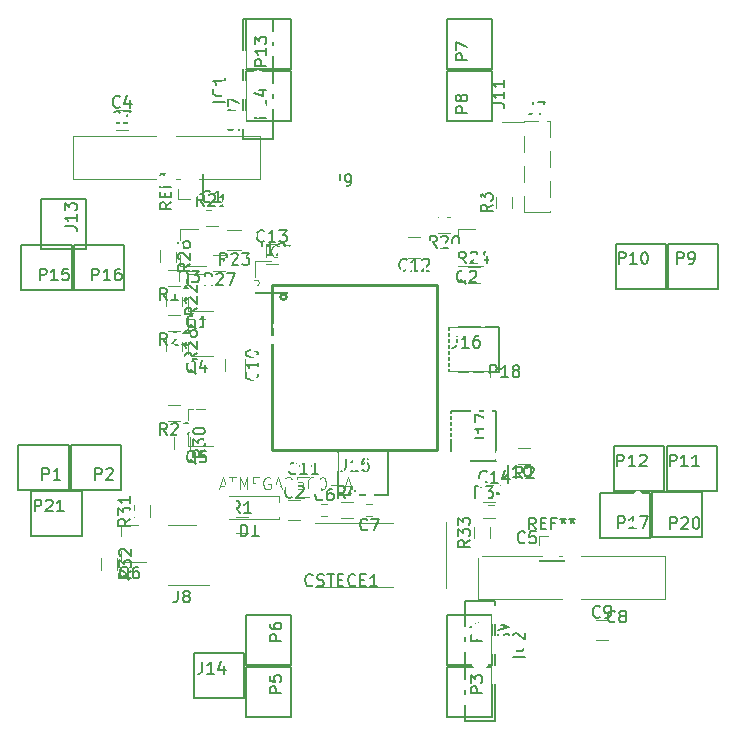
<source format=gto>
G04 #@! TF.FileFunction,Legend,Top*
%FSLAX46Y46*%
G04 Gerber Fmt 4.6, Leading zero omitted, Abs format (unit mm)*
G04 Created by KiCad (PCBNEW 4.0.7) date 02/03/18 21:52:34*
%MOMM*%
%LPD*%
G01*
G04 APERTURE LIST*
%ADD10C,0.100000*%
%ADD11C,0.254000*%
%ADD12C,0.120000*%
%ADD13C,0.150000*%
%ADD14C,0.050000*%
%ADD15R,1.500000X0.290000*%
%ADD16R,0.290000X1.500000*%
%ADD17R,2.000000X3.800000*%
%ADD18R,2.000000X1.500000*%
%ADD19R,2.550000X2.500000*%
%ADD20R,1.000000X1.250000*%
%ADD21C,1.060000*%
%ADD22C,1.006000*%
%ADD23R,0.800000X3.000000*%
%ADD24R,2.100000X3.000000*%
%ADD25C,1.300000*%
%ADD26C,1.524000*%
%ADD27R,3.000000X0.800000*%
%ADD28R,0.600000X0.500000*%
%ADD29R,1.500000X0.500000*%
%ADD30R,0.900000X0.800000*%
%ADD31R,0.500000X0.900000*%
%ADD32R,0.900000X0.500000*%
%ADD33R,0.700000X1.300000*%
%ADD34R,1.250000X1.000000*%
%ADD35R,1.300000X1.700000*%
%ADD36R,5.500000X2.000000*%
%ADD37C,1.306000*%
%ADD38C,2.000000*%
%ADD39C,1.000000*%
%ADD40R,3.000000X0.650000*%
%ADD41C,0.706000*%
G04 APERTURE END LIST*
D10*
D11*
X35610000Y-37250000D02*
X49610000Y-37250000D01*
X49610000Y-37250000D02*
X49610000Y-51250000D01*
X49610000Y-51250000D02*
X35610000Y-51250000D01*
X35610000Y-51250000D02*
X35610000Y-37250000D01*
X36859900Y-38250000D02*
G75*
G03X36859900Y-38250000I-249900J0D01*
G01*
D10*
X34564000Y-37100000D02*
G75*
G03X34564000Y-37100000I-254000J0D01*
G01*
D12*
X53115000Y-60180000D02*
X60215000Y-60180000D01*
X53115000Y-63880000D02*
X60215000Y-63880000D01*
X53115000Y-60180000D02*
X53115000Y-63880000D01*
X68935000Y-63880000D02*
X61835000Y-63880000D01*
X68935000Y-60180000D02*
X61835000Y-60180000D01*
X68935000Y-63880000D02*
X68935000Y-60180000D01*
X64065000Y-65625000D02*
X63065000Y-65625000D01*
X63065000Y-67325000D02*
X64065000Y-67325000D01*
D13*
X63382500Y-54870100D02*
X67632500Y-54870100D01*
X67632500Y-54870100D02*
X67632500Y-57410100D01*
X67632500Y-57410100D02*
X67632500Y-58680100D01*
X67632500Y-58680100D02*
X63382500Y-58680100D01*
X63382500Y-58680100D02*
X63382500Y-54870100D01*
X67797020Y-54814220D02*
X72047020Y-54814220D01*
X72047020Y-54814220D02*
X72047020Y-57354220D01*
X72047020Y-57354220D02*
X72047020Y-58624220D01*
X72047020Y-58624220D02*
X67797020Y-58624220D01*
X67797020Y-58624220D02*
X67797020Y-54814220D01*
X68986000Y-37560000D02*
X64736000Y-37560000D01*
X64736000Y-37560000D02*
X64736000Y-35020000D01*
X64736000Y-35020000D02*
X64736000Y-33750000D01*
X64736000Y-33750000D02*
X68986000Y-33750000D01*
X68986000Y-33750000D02*
X68986000Y-37560000D01*
X37260000Y-14724000D02*
X37260000Y-18974000D01*
X37260000Y-18974000D02*
X34720000Y-18974000D01*
X34720000Y-18974000D02*
X33450000Y-18974000D01*
X33450000Y-18974000D02*
X33450000Y-14724000D01*
X33450000Y-14724000D02*
X37260000Y-14724000D01*
D12*
X40320000Y-55845000D02*
X39820000Y-55845000D01*
X39820000Y-56785000D02*
X40320000Y-56785000D01*
X43630000Y-56785000D02*
X44130000Y-56785000D01*
X44130000Y-55845000D02*
X43630000Y-55845000D01*
X29215000Y-62685000D02*
X26795000Y-62685000D01*
X29215000Y-57565000D02*
X26795000Y-57565000D01*
X30345000Y-62635000D02*
X29215000Y-62635000D01*
X29215000Y-62685000D02*
X29215000Y-62635000D01*
X26795000Y-62685000D02*
X26795000Y-62635000D01*
X29215000Y-57615000D02*
X29215000Y-57565000D01*
X26795000Y-57615000D02*
X26795000Y-57565000D01*
X28515000Y-36320000D02*
X28515000Y-37250000D01*
X28515000Y-39480000D02*
X28515000Y-38550000D01*
X28515000Y-39480000D02*
X30675000Y-39480000D01*
X28515000Y-36320000D02*
X29975000Y-36320000D01*
X51375000Y-32510000D02*
X51375000Y-33440000D01*
X51375000Y-35670000D02*
X51375000Y-34740000D01*
X51375000Y-35670000D02*
X53535000Y-35670000D01*
X51375000Y-32510000D02*
X52835000Y-32510000D01*
X27880000Y-32510000D02*
X27880000Y-33440000D01*
X27880000Y-35670000D02*
X27880000Y-34740000D01*
X27880000Y-35670000D02*
X30040000Y-35670000D01*
X27880000Y-32510000D02*
X29340000Y-32510000D01*
X28515000Y-40130000D02*
X28515000Y-41060000D01*
X28515000Y-43290000D02*
X28515000Y-42360000D01*
X28515000Y-43290000D02*
X30675000Y-43290000D01*
X28515000Y-40130000D02*
X29975000Y-40130000D01*
X28515000Y-47750000D02*
X28515000Y-48680000D01*
X28515000Y-50910000D02*
X28515000Y-49980000D01*
X28515000Y-50910000D02*
X30675000Y-50910000D01*
X28515000Y-47750000D02*
X29975000Y-47750000D01*
X22840000Y-57570000D02*
X22840000Y-58500000D01*
X22840000Y-60730000D02*
X22840000Y-59800000D01*
X22840000Y-60730000D02*
X25000000Y-60730000D01*
X22840000Y-57570000D02*
X24300000Y-57570000D01*
X33585000Y-58265000D02*
X32585000Y-58265000D01*
X32585000Y-56905000D02*
X33585000Y-56905000D01*
X56500000Y-51050000D02*
X57500000Y-51050000D01*
X57500000Y-52410000D02*
X56500000Y-52410000D01*
X55990000Y-29780000D02*
X55990000Y-30780000D01*
X54630000Y-30780000D02*
X54630000Y-29780000D01*
X42475000Y-56995000D02*
X41475000Y-56995000D01*
X41475000Y-55635000D02*
X42475000Y-55635000D01*
X26870000Y-35950000D02*
X27870000Y-35950000D01*
X27870000Y-37310000D02*
X26870000Y-37310000D01*
X49730000Y-31505000D02*
X50730000Y-31505000D01*
X50730000Y-32865000D02*
X49730000Y-32865000D01*
X31045000Y-32230000D02*
X30045000Y-32230000D01*
X30045000Y-30870000D02*
X31045000Y-30870000D01*
X26690000Y-39035000D02*
X26690000Y-38035000D01*
X28050000Y-38035000D02*
X28050000Y-39035000D01*
X31850000Y-32575000D02*
X33050000Y-32575000D01*
X33050000Y-34335000D02*
X31850000Y-34335000D01*
X53209040Y-37116960D02*
X52209040Y-37116960D01*
X52209040Y-35756960D02*
X53209040Y-35756960D01*
X26870000Y-39760000D02*
X27870000Y-39760000D01*
X27870000Y-41120000D02*
X26870000Y-41120000D01*
X26120000Y-35325000D02*
X26120000Y-34325000D01*
X27480000Y-34325000D02*
X27480000Y-35325000D01*
X30680000Y-34680000D02*
X31680000Y-34680000D01*
X31680000Y-36040000D02*
X30680000Y-36040000D01*
X26690000Y-42845000D02*
X26690000Y-41845000D01*
X28050000Y-41845000D02*
X28050000Y-42845000D01*
X26870000Y-47380000D02*
X27870000Y-47380000D01*
X27870000Y-48740000D02*
X26870000Y-48740000D01*
X27370000Y-51110000D02*
X27370000Y-50110000D01*
X28730000Y-50110000D02*
X28730000Y-51110000D01*
X25310000Y-55920000D02*
X25310000Y-56920000D01*
X23950000Y-56920000D02*
X23950000Y-55920000D01*
X21130000Y-61360000D02*
X21130000Y-60360000D01*
X22490000Y-60360000D02*
X22490000Y-61360000D01*
X34645000Y-28320000D02*
X27545000Y-28320000D01*
X34645000Y-24620000D02*
X27545000Y-24620000D01*
X34645000Y-28320000D02*
X34645000Y-24620000D01*
X38030000Y-55465000D02*
X37030000Y-55465000D01*
X37030000Y-57165000D02*
X38030000Y-57165000D01*
X18825000Y-24620000D02*
X25925000Y-24620000D01*
X18825000Y-28320000D02*
X25925000Y-28320000D01*
X18825000Y-24620000D02*
X18825000Y-28320000D01*
X23425000Y-22445000D02*
X22425000Y-22445000D01*
X22425000Y-24145000D02*
X23425000Y-24145000D01*
X33325000Y-44525000D02*
X33325000Y-43525000D01*
X31625000Y-43525000D02*
X31625000Y-44525000D01*
X38800000Y-53500000D02*
X37800000Y-53500000D01*
X37800000Y-55200000D02*
X38800000Y-55200000D01*
X47190000Y-34940000D02*
X48190000Y-34940000D01*
X48190000Y-33240000D02*
X47190000Y-33240000D01*
X36125000Y-33810000D02*
X35125000Y-33810000D01*
X35125000Y-35510000D02*
X36125000Y-35510000D01*
X54950000Y-54200000D02*
X53950000Y-54200000D01*
X53950000Y-55900000D02*
X54950000Y-55900000D01*
X31970000Y-57100000D02*
X36270000Y-57100000D01*
X36270000Y-57100000D02*
X36270000Y-55100000D01*
X36270000Y-55100000D02*
X31970000Y-55100000D01*
D13*
X14170000Y-50768000D02*
X18420000Y-50768000D01*
X18420000Y-50768000D02*
X18420000Y-53308000D01*
X18420000Y-53308000D02*
X18420000Y-54578000D01*
X18420000Y-54578000D02*
X14170000Y-54578000D01*
X14170000Y-54578000D02*
X14170000Y-50768000D01*
X18615000Y-50768000D02*
X22865000Y-50768000D01*
X22865000Y-50768000D02*
X22865000Y-53308000D01*
X22865000Y-53308000D02*
X22865000Y-54578000D01*
X22865000Y-54578000D02*
X18615000Y-54578000D01*
X18615000Y-54578000D02*
X18615000Y-50768000D01*
X50468000Y-73858000D02*
X50468000Y-69608000D01*
X50468000Y-69608000D02*
X53008000Y-69608000D01*
X53008000Y-69608000D02*
X54278000Y-69608000D01*
X54278000Y-69608000D02*
X54278000Y-73858000D01*
X54278000Y-73858000D02*
X50468000Y-73858000D01*
X50468000Y-69413000D02*
X50468000Y-65163000D01*
X50468000Y-65163000D02*
X53008000Y-65163000D01*
X53008000Y-65163000D02*
X54278000Y-65163000D01*
X54278000Y-65163000D02*
X54278000Y-69413000D01*
X54278000Y-69413000D02*
X50468000Y-69413000D01*
X33450000Y-73858000D02*
X33450000Y-69608000D01*
X33450000Y-69608000D02*
X35990000Y-69608000D01*
X35990000Y-69608000D02*
X37260000Y-69608000D01*
X37260000Y-69608000D02*
X37260000Y-73858000D01*
X37260000Y-73858000D02*
X33450000Y-73858000D01*
X33450000Y-69413000D02*
X33450000Y-65163000D01*
X33450000Y-65163000D02*
X35990000Y-65163000D01*
X35990000Y-65163000D02*
X37260000Y-65163000D01*
X37260000Y-65163000D02*
X37260000Y-69413000D01*
X37260000Y-69413000D02*
X33450000Y-69413000D01*
X54278000Y-14724000D02*
X54278000Y-18974000D01*
X54278000Y-18974000D02*
X51738000Y-18974000D01*
X51738000Y-18974000D02*
X50468000Y-18974000D01*
X50468000Y-18974000D02*
X50468000Y-14724000D01*
X50468000Y-14724000D02*
X54278000Y-14724000D01*
X54278000Y-19169000D02*
X54278000Y-23419000D01*
X54278000Y-23419000D02*
X51738000Y-23419000D01*
X51738000Y-23419000D02*
X50468000Y-23419000D01*
X50468000Y-23419000D02*
X50468000Y-19169000D01*
X50468000Y-19169000D02*
X54278000Y-19169000D01*
X73431000Y-37560000D02*
X69181000Y-37560000D01*
X69181000Y-37560000D02*
X69181000Y-35020000D01*
X69181000Y-35020000D02*
X69181000Y-33750000D01*
X69181000Y-33750000D02*
X73431000Y-33750000D01*
X73431000Y-33750000D02*
X73431000Y-37560000D01*
X68859000Y-54705000D02*
X64609000Y-54705000D01*
X64609000Y-54705000D02*
X64609000Y-52165000D01*
X64609000Y-52165000D02*
X64609000Y-50895000D01*
X64609000Y-50895000D02*
X68859000Y-50895000D01*
X68859000Y-50895000D02*
X68859000Y-54705000D01*
X37260000Y-19169000D02*
X37260000Y-23419000D01*
X37260000Y-23419000D02*
X34720000Y-23419000D01*
X34720000Y-23419000D02*
X33450000Y-23419000D01*
X33450000Y-23419000D02*
X33450000Y-19169000D01*
X33450000Y-19169000D02*
X37260000Y-19169000D01*
X14424000Y-33877000D02*
X18674000Y-33877000D01*
X18674000Y-33877000D02*
X18674000Y-36417000D01*
X18674000Y-36417000D02*
X18674000Y-37687000D01*
X18674000Y-37687000D02*
X14424000Y-37687000D01*
X14424000Y-37687000D02*
X14424000Y-33877000D01*
X18869000Y-33877000D02*
X23119000Y-33877000D01*
X23119000Y-33877000D02*
X23119000Y-36417000D01*
X23119000Y-36417000D02*
X23119000Y-37687000D01*
X23119000Y-37687000D02*
X18869000Y-37687000D01*
X18869000Y-37687000D02*
X18869000Y-33877000D01*
D12*
X54085000Y-57720000D02*
X54085000Y-58720000D01*
X52725000Y-58720000D02*
X52725000Y-57720000D01*
X54540000Y-56995000D02*
X53540000Y-56995000D01*
X53540000Y-55635000D02*
X54540000Y-55635000D01*
X45910000Y-62865000D02*
X39310000Y-62865000D01*
X45910000Y-57385000D02*
X39310000Y-57385000D01*
X50410000Y-62925000D02*
X50410000Y-57325000D01*
D13*
X19524580Y-58512460D02*
X15274580Y-58512460D01*
X15274580Y-58512460D02*
X15274580Y-55972460D01*
X15274580Y-55972460D02*
X15274580Y-54702460D01*
X15274580Y-54702460D02*
X19524580Y-54702460D01*
X19524580Y-54702460D02*
X19524580Y-58512460D01*
X73304000Y-54705000D02*
X69054000Y-54705000D01*
X69054000Y-54705000D02*
X69054000Y-52165000D01*
X69054000Y-52165000D02*
X69054000Y-50895000D01*
X69054000Y-50895000D02*
X73304000Y-50895000D01*
X73304000Y-50895000D02*
X73304000Y-54705000D01*
X51992000Y-69056000D02*
X51992000Y-63976000D01*
X51992000Y-63976000D02*
X54532000Y-63976000D01*
X54532000Y-63976000D02*
X54532000Y-74136000D01*
X54532000Y-74136000D02*
X51992000Y-74136000D01*
X51992000Y-74136000D02*
X51992000Y-69056000D01*
X35723300Y-19792700D02*
X35723300Y-24872700D01*
X35723300Y-24872700D02*
X33183300Y-24872700D01*
X33183300Y-24872700D02*
X33183300Y-14712700D01*
X33183300Y-14712700D02*
X35723300Y-14712700D01*
X35723300Y-14712700D02*
X35723300Y-19792700D01*
D12*
X34240900Y-37912100D02*
X36900900Y-37912100D01*
X34240900Y-37852100D02*
X34240900Y-37912100D01*
X36900900Y-37852100D02*
X36900900Y-37912100D01*
X34240900Y-37852100D02*
X36900900Y-37852100D01*
X34240900Y-36582100D02*
X34240900Y-35252100D01*
X34240900Y-35252100D02*
X35570900Y-35252100D01*
X29785600Y-29984000D02*
X29785600Y-27864000D01*
X29725600Y-29984000D02*
X29785600Y-29984000D01*
X29725600Y-27864000D02*
X29785600Y-27864000D01*
X29725600Y-29984000D02*
X29725600Y-27864000D01*
X28725600Y-29984000D02*
X27665600Y-29984000D01*
X27665600Y-29984000D02*
X27665600Y-28924000D01*
X58234500Y-60629100D02*
X60354500Y-60629100D01*
X58234500Y-60569100D02*
X58234500Y-60629100D01*
X60354500Y-60569100D02*
X60354500Y-60629100D01*
X58234500Y-60569100D02*
X60354500Y-60569100D01*
X58234500Y-59569100D02*
X58234500Y-58509100D01*
X58234500Y-58509100D02*
X59294500Y-58509100D01*
D13*
X16101800Y-34234000D02*
X16101800Y-29984000D01*
X16101800Y-29984000D02*
X18641800Y-29984000D01*
X18641800Y-29984000D02*
X19911800Y-29984000D01*
X19911800Y-29984000D02*
X19911800Y-34234000D01*
X19911800Y-34234000D02*
X16101800Y-34234000D01*
X33300000Y-72270000D02*
X29050000Y-72270000D01*
X29050000Y-72270000D02*
X29050000Y-69730000D01*
X29050000Y-69730000D02*
X29050000Y-68460000D01*
X29050000Y-68460000D02*
X33300000Y-68460000D01*
X33300000Y-68460000D02*
X33300000Y-72270000D01*
X45460520Y-55070760D02*
X41210520Y-55070760D01*
X41210520Y-55070760D02*
X41210520Y-52530760D01*
X41210520Y-52530760D02*
X41210520Y-51260760D01*
X41210520Y-51260760D02*
X45460520Y-51260760D01*
X45460520Y-51260760D02*
X45460520Y-55070760D01*
X54863600Y-44646600D02*
X50613600Y-44646600D01*
X50613600Y-44646600D02*
X50613600Y-42106600D01*
X50613600Y-42106600D02*
X50613600Y-40836600D01*
X50613600Y-40836600D02*
X54863600Y-40836600D01*
X54863600Y-40836600D02*
X54863600Y-44646600D01*
X50828680Y-52141000D02*
X50828680Y-47891000D01*
X50828680Y-47891000D02*
X53368680Y-47891000D01*
X53368680Y-47891000D02*
X54638680Y-47891000D01*
X54638680Y-47891000D02*
X54638680Y-52141000D01*
X54638680Y-52141000D02*
X50828680Y-52141000D01*
D12*
X56967840Y-23347120D02*
X59187840Y-23347120D01*
X56967840Y-31087120D02*
X59187840Y-31087120D01*
X59187840Y-23357120D02*
X59187840Y-24727120D01*
X56967840Y-23457120D02*
X55137840Y-23457120D01*
X56967840Y-23347120D02*
X56967840Y-23457120D01*
X59187840Y-30977120D02*
X59187840Y-31087120D01*
X59187840Y-25897120D02*
X59187840Y-27267120D01*
X59187840Y-28437120D02*
X59187840Y-29807120D01*
X56967840Y-24627120D02*
X56967840Y-25997120D01*
X56967840Y-27167120D02*
X56967840Y-28537120D01*
X56967840Y-29707120D02*
X56967840Y-31077120D01*
D14*
X35154141Y-34905269D02*
X35154141Y-33903969D01*
X36203122Y-34809907D02*
X36155441Y-34857588D01*
X36012398Y-34905269D01*
X35917036Y-34905269D01*
X35773994Y-34857588D01*
X35678632Y-34762226D01*
X35630951Y-34666864D01*
X35583270Y-34476140D01*
X35583270Y-34333098D01*
X35630951Y-34142374D01*
X35678632Y-34047012D01*
X35773994Y-33951650D01*
X35917036Y-33903969D01*
X36012398Y-33903969D01*
X36155441Y-33951650D01*
X36203122Y-33999331D01*
X36536889Y-33903969D02*
X37156741Y-33903969D01*
X36822975Y-34285417D01*
X36966017Y-34285417D01*
X37061379Y-34333098D01*
X37109060Y-34380779D01*
X37156741Y-34476140D01*
X37156741Y-34714545D01*
X37109060Y-34809907D01*
X37061379Y-34857588D01*
X36966017Y-34905269D01*
X36679932Y-34905269D01*
X36584570Y-34857588D01*
X36536889Y-34809907D01*
X31225421Y-54264345D02*
X31702692Y-54264345D01*
X31129966Y-54550708D02*
X31464056Y-53548438D01*
X31798146Y-54550708D01*
X31989055Y-53548438D02*
X32561781Y-53548438D01*
X32275418Y-54550708D02*
X32275418Y-53548438D01*
X32895871Y-54550708D02*
X32895871Y-53548438D01*
X33229961Y-54264345D01*
X33564051Y-53548438D01*
X33564051Y-54550708D01*
X34041322Y-54025709D02*
X34375412Y-54025709D01*
X34518593Y-54550708D02*
X34041322Y-54550708D01*
X34041322Y-53548438D01*
X34518593Y-53548438D01*
X35473136Y-53596165D02*
X35377682Y-53548438D01*
X35234501Y-53548438D01*
X35091319Y-53596165D01*
X34995865Y-53691619D01*
X34948138Y-53787074D01*
X34900411Y-53977982D01*
X34900411Y-54121164D01*
X34948138Y-54312072D01*
X34995865Y-54407526D01*
X35091319Y-54502981D01*
X35234501Y-54550708D01*
X35329955Y-54550708D01*
X35473136Y-54502981D01*
X35520863Y-54455254D01*
X35520863Y-54121164D01*
X35329955Y-54121164D01*
X35902681Y-54264345D02*
X36379952Y-54264345D01*
X35807226Y-54550708D02*
X36141316Y-53548438D01*
X36475406Y-54550708D01*
X36761770Y-53643892D02*
X36809497Y-53596165D01*
X36904951Y-53548438D01*
X37143587Y-53548438D01*
X37239041Y-53596165D01*
X37286768Y-53643892D01*
X37334495Y-53739346D01*
X37334495Y-53834801D01*
X37286768Y-53977982D01*
X36714042Y-54550708D01*
X37334495Y-54550708D01*
X38241311Y-53548438D02*
X37764040Y-53548438D01*
X37716313Y-54025709D01*
X37764040Y-53977982D01*
X37859494Y-53930255D01*
X38098130Y-53930255D01*
X38193584Y-53977982D01*
X38241311Y-54025709D01*
X38289038Y-54121164D01*
X38289038Y-54359799D01*
X38241311Y-54455254D01*
X38193584Y-54502981D01*
X38098130Y-54550708D01*
X37859494Y-54550708D01*
X37764040Y-54502981D01*
X37716313Y-54455254D01*
X39148127Y-53548438D02*
X38957218Y-53548438D01*
X38861764Y-53596165D01*
X38814037Y-53643892D01*
X38718583Y-53787074D01*
X38670856Y-53977982D01*
X38670856Y-54359799D01*
X38718583Y-54455254D01*
X38766310Y-54502981D01*
X38861764Y-54550708D01*
X39052673Y-54550708D01*
X39148127Y-54502981D01*
X39195854Y-54455254D01*
X39243581Y-54359799D01*
X39243581Y-54121164D01*
X39195854Y-54025709D01*
X39148127Y-53977982D01*
X39052673Y-53930255D01*
X38861764Y-53930255D01*
X38766310Y-53977982D01*
X38718583Y-54025709D01*
X38670856Y-54121164D01*
X39864034Y-53548438D02*
X39959489Y-53548438D01*
X40054943Y-53596165D01*
X40102670Y-53643892D01*
X40150397Y-53739346D01*
X40198124Y-53930255D01*
X40198124Y-54168891D01*
X40150397Y-54359799D01*
X40102670Y-54455254D01*
X40054943Y-54502981D01*
X39959489Y-54550708D01*
X39864034Y-54550708D01*
X39768580Y-54502981D01*
X39720853Y-54455254D01*
X39673126Y-54359799D01*
X39625399Y-54168891D01*
X39625399Y-53930255D01*
X39673126Y-53739346D01*
X39720853Y-53643892D01*
X39768580Y-53596165D01*
X39864034Y-53548438D01*
X40627669Y-54168891D02*
X41391303Y-54168891D01*
X41820848Y-54264345D02*
X42298119Y-54264345D01*
X41725393Y-54550708D02*
X42059483Y-53548438D01*
X42393573Y-54550708D01*
D13*
X57032381Y-68721190D02*
X56032381Y-68721190D01*
X56937143Y-67673571D02*
X56984762Y-67721190D01*
X57032381Y-67864047D01*
X57032381Y-67959285D01*
X56984762Y-68102143D01*
X56889524Y-68197381D01*
X56794286Y-68245000D01*
X56603810Y-68292619D01*
X56460952Y-68292619D01*
X56270476Y-68245000D01*
X56175238Y-68197381D01*
X56080000Y-68102143D01*
X56032381Y-67959285D01*
X56032381Y-67864047D01*
X56080000Y-67721190D01*
X56127619Y-67673571D01*
X56127619Y-67292619D02*
X56080000Y-67245000D01*
X56032381Y-67149762D01*
X56032381Y-66911666D01*
X56080000Y-66816428D01*
X56127619Y-66768809D01*
X56222857Y-66721190D01*
X56318095Y-66721190D01*
X56460952Y-66768809D01*
X57032381Y-67340238D01*
X57032381Y-66721190D01*
X57048334Y-59037143D02*
X57000715Y-59084762D01*
X56857858Y-59132381D01*
X56762620Y-59132381D01*
X56619762Y-59084762D01*
X56524524Y-58989524D01*
X56476905Y-58894286D01*
X56429286Y-58703810D01*
X56429286Y-58560952D01*
X56476905Y-58370476D01*
X56524524Y-58275238D01*
X56619762Y-58180000D01*
X56762620Y-58132381D01*
X56857858Y-58132381D01*
X57000715Y-58180000D01*
X57048334Y-58227619D01*
X57953096Y-58132381D02*
X57476905Y-58132381D01*
X57429286Y-58608571D01*
X57476905Y-58560952D01*
X57572143Y-58513333D01*
X57810239Y-58513333D01*
X57905477Y-58560952D01*
X57953096Y-58608571D01*
X58000715Y-58703810D01*
X58000715Y-58941905D01*
X57953096Y-59037143D01*
X57905477Y-59084762D01*
X57810239Y-59132381D01*
X57572143Y-59132381D01*
X57476905Y-59084762D01*
X57429286Y-59037143D01*
X64668334Y-65737143D02*
X64620715Y-65784762D01*
X64477858Y-65832381D01*
X64382620Y-65832381D01*
X64239762Y-65784762D01*
X64144524Y-65689524D01*
X64096905Y-65594286D01*
X64049286Y-65403810D01*
X64049286Y-65260952D01*
X64096905Y-65070476D01*
X64144524Y-64975238D01*
X64239762Y-64880000D01*
X64382620Y-64832381D01*
X64477858Y-64832381D01*
X64620715Y-64880000D01*
X64668334Y-64927619D01*
X65239762Y-65260952D02*
X65144524Y-65213333D01*
X65096905Y-65165714D01*
X65049286Y-65070476D01*
X65049286Y-65022857D01*
X65096905Y-64927619D01*
X65144524Y-64880000D01*
X65239762Y-64832381D01*
X65430239Y-64832381D01*
X65525477Y-64880000D01*
X65573096Y-64927619D01*
X65620715Y-65022857D01*
X65620715Y-65070476D01*
X65573096Y-65165714D01*
X65525477Y-65213333D01*
X65430239Y-65260952D01*
X65239762Y-65260952D01*
X65144524Y-65308571D01*
X65096905Y-65356190D01*
X65049286Y-65451429D01*
X65049286Y-65641905D01*
X65096905Y-65737143D01*
X65144524Y-65784762D01*
X65239762Y-65832381D01*
X65430239Y-65832381D01*
X65525477Y-65784762D01*
X65573096Y-65737143D01*
X65620715Y-65641905D01*
X65620715Y-65451429D01*
X65573096Y-65356190D01*
X65525477Y-65308571D01*
X65430239Y-65260952D01*
X63398334Y-65332143D02*
X63350715Y-65379762D01*
X63207858Y-65427381D01*
X63112620Y-65427381D01*
X62969762Y-65379762D01*
X62874524Y-65284524D01*
X62826905Y-65189286D01*
X62779286Y-64998810D01*
X62779286Y-64855952D01*
X62826905Y-64665476D01*
X62874524Y-64570238D01*
X62969762Y-64475000D01*
X63112620Y-64427381D01*
X63207858Y-64427381D01*
X63350715Y-64475000D01*
X63398334Y-64522619D01*
X63874524Y-65427381D02*
X64065000Y-65427381D01*
X64160239Y-65379762D01*
X64207858Y-65332143D01*
X64303096Y-65189286D01*
X64350715Y-64998810D01*
X64350715Y-64617857D01*
X64303096Y-64522619D01*
X64255477Y-64475000D01*
X64160239Y-64427381D01*
X63969762Y-64427381D01*
X63874524Y-64475000D01*
X63826905Y-64522619D01*
X63779286Y-64617857D01*
X63779286Y-64855952D01*
X63826905Y-64951190D01*
X63874524Y-64998810D01*
X63969762Y-65046429D01*
X64160239Y-65046429D01*
X64255477Y-64998810D01*
X64303096Y-64951190D01*
X64350715Y-64855952D01*
X64938214Y-57862481D02*
X64938214Y-56862481D01*
X65319167Y-56862481D01*
X65414405Y-56910100D01*
X65462024Y-56957719D01*
X65509643Y-57052957D01*
X65509643Y-57195814D01*
X65462024Y-57291052D01*
X65414405Y-57338671D01*
X65319167Y-57386290D01*
X64938214Y-57386290D01*
X66462024Y-57862481D02*
X65890595Y-57862481D01*
X66176309Y-57862481D02*
X66176309Y-56862481D01*
X66081071Y-57005338D01*
X65985833Y-57100576D01*
X65890595Y-57148195D01*
X66795357Y-56862481D02*
X67462024Y-56862481D01*
X67033452Y-57862481D01*
X69352734Y-57916600D02*
X69352734Y-56916600D01*
X69733687Y-56916600D01*
X69828925Y-56964219D01*
X69876544Y-57011838D01*
X69924163Y-57107076D01*
X69924163Y-57249933D01*
X69876544Y-57345171D01*
X69828925Y-57392790D01*
X69733687Y-57440409D01*
X69352734Y-57440409D01*
X70305115Y-57011838D02*
X70352734Y-56964219D01*
X70447972Y-56916600D01*
X70686068Y-56916600D01*
X70781306Y-56964219D01*
X70828925Y-57011838D01*
X70876544Y-57107076D01*
X70876544Y-57202314D01*
X70828925Y-57345171D01*
X70257496Y-57916600D01*
X70876544Y-57916600D01*
X71495591Y-56916600D02*
X71590830Y-56916600D01*
X71686068Y-56964219D01*
X71733687Y-57011838D01*
X71781306Y-57107076D01*
X71828925Y-57297552D01*
X71828925Y-57535648D01*
X71781306Y-57726124D01*
X71733687Y-57821362D01*
X71686068Y-57868981D01*
X71590830Y-57916600D01*
X71495591Y-57916600D01*
X71400353Y-57868981D01*
X71352734Y-57821362D01*
X71305115Y-57726124D01*
X71257496Y-57535648D01*
X71257496Y-57297552D01*
X71305115Y-57107076D01*
X71352734Y-57011838D01*
X71400353Y-56964219D01*
X71495591Y-56916600D01*
X55620477Y-52522381D02*
X55620477Y-53236667D01*
X55572857Y-53379524D01*
X55477619Y-53474762D01*
X55334762Y-53522381D01*
X55239524Y-53522381D01*
X56620477Y-53522381D02*
X56049048Y-53522381D01*
X56334762Y-53522381D02*
X56334762Y-52522381D01*
X56239524Y-52665238D01*
X56144286Y-52760476D01*
X56049048Y-52808095D01*
X57239524Y-52522381D02*
X57334763Y-52522381D01*
X57430001Y-52570000D01*
X57477620Y-52617619D01*
X57525239Y-52712857D01*
X57572858Y-52903333D01*
X57572858Y-53141429D01*
X57525239Y-53331905D01*
X57477620Y-53427143D01*
X57430001Y-53474762D01*
X57334763Y-53522381D01*
X57239524Y-53522381D01*
X57144286Y-53474762D01*
X57096667Y-53427143D01*
X57049048Y-53331905D01*
X57001429Y-53141429D01*
X57001429Y-52903333D01*
X57049048Y-52712857D01*
X57096667Y-52617619D01*
X57144286Y-52570000D01*
X57239524Y-52522381D01*
X54105714Y-45072381D02*
X54105714Y-44072381D01*
X54486667Y-44072381D01*
X54581905Y-44120000D01*
X54629524Y-44167619D01*
X54677143Y-44262857D01*
X54677143Y-44405714D01*
X54629524Y-44500952D01*
X54581905Y-44548571D01*
X54486667Y-44596190D01*
X54105714Y-44596190D01*
X55629524Y-45072381D02*
X55058095Y-45072381D01*
X55343809Y-45072381D02*
X55343809Y-44072381D01*
X55248571Y-44215238D01*
X55153333Y-44310476D01*
X55058095Y-44358095D01*
X56200952Y-44500952D02*
X56105714Y-44453333D01*
X56058095Y-44405714D01*
X56010476Y-44310476D01*
X56010476Y-44262857D01*
X56058095Y-44167619D01*
X56105714Y-44120000D01*
X56200952Y-44072381D01*
X56391429Y-44072381D01*
X56486667Y-44120000D01*
X56534286Y-44167619D01*
X56581905Y-44262857D01*
X56581905Y-44310476D01*
X56534286Y-44405714D01*
X56486667Y-44453333D01*
X56391429Y-44500952D01*
X56200952Y-44500952D01*
X56105714Y-44548571D01*
X56058095Y-44596190D01*
X56010476Y-44691429D01*
X56010476Y-44881905D01*
X56058095Y-44977143D01*
X56105714Y-45024762D01*
X56200952Y-45072381D01*
X56391429Y-45072381D01*
X56486667Y-45024762D01*
X56534286Y-44977143D01*
X56581905Y-44881905D01*
X56581905Y-44691429D01*
X56534286Y-44596190D01*
X56486667Y-44548571D01*
X56391429Y-44500952D01*
X65001714Y-35472381D02*
X65001714Y-34472381D01*
X65382667Y-34472381D01*
X65477905Y-34520000D01*
X65525524Y-34567619D01*
X65573143Y-34662857D01*
X65573143Y-34805714D01*
X65525524Y-34900952D01*
X65477905Y-34948571D01*
X65382667Y-34996190D01*
X65001714Y-34996190D01*
X66525524Y-35472381D02*
X65954095Y-35472381D01*
X66239809Y-35472381D02*
X66239809Y-34472381D01*
X66144571Y-34615238D01*
X66049333Y-34710476D01*
X65954095Y-34758095D01*
X67144571Y-34472381D02*
X67239810Y-34472381D01*
X67335048Y-34520000D01*
X67382667Y-34567619D01*
X67430286Y-34662857D01*
X67477905Y-34853333D01*
X67477905Y-35091429D01*
X67430286Y-35281905D01*
X67382667Y-35377143D01*
X67335048Y-35424762D01*
X67239810Y-35472381D01*
X67144571Y-35472381D01*
X67049333Y-35424762D01*
X67001714Y-35377143D01*
X66954095Y-35281905D01*
X66906476Y-35091429D01*
X66906476Y-34853333D01*
X66954095Y-34662857D01*
X67001714Y-34567619D01*
X67049333Y-34520000D01*
X67144571Y-34472381D01*
X54315341Y-21894723D02*
X55029627Y-21894723D01*
X55172484Y-21942343D01*
X55267722Y-22037581D01*
X55315341Y-22180438D01*
X55315341Y-22275676D01*
X55315341Y-20894723D02*
X55315341Y-21466152D01*
X55315341Y-21180438D02*
X54315341Y-21180438D01*
X54458198Y-21275676D01*
X54553436Y-21370914D01*
X54601055Y-21466152D01*
X55315341Y-19942342D02*
X55315341Y-20513771D01*
X55315341Y-20228057D02*
X54315341Y-20228057D01*
X54458198Y-20323295D01*
X54553436Y-20418533D01*
X54601055Y-20513771D01*
X35172381Y-18708286D02*
X34172381Y-18708286D01*
X34172381Y-18327333D01*
X34220000Y-18232095D01*
X34267619Y-18184476D01*
X34362857Y-18136857D01*
X34505714Y-18136857D01*
X34600952Y-18184476D01*
X34648571Y-18232095D01*
X34696190Y-18327333D01*
X34696190Y-18708286D01*
X35172381Y-17184476D02*
X35172381Y-17755905D01*
X35172381Y-17470191D02*
X34172381Y-17470191D01*
X34315238Y-17565429D01*
X34410476Y-17660667D01*
X34458095Y-17755905D01*
X34172381Y-16851143D02*
X34172381Y-16232095D01*
X34553333Y-16565429D01*
X34553333Y-16422571D01*
X34600952Y-16327333D01*
X34648571Y-16279714D01*
X34743810Y-16232095D01*
X34981905Y-16232095D01*
X35077143Y-16279714D01*
X35124762Y-16327333D01*
X35172381Y-16422571D01*
X35172381Y-16708286D01*
X35124762Y-16803524D01*
X35077143Y-16851143D01*
X39903334Y-55402143D02*
X39855715Y-55449762D01*
X39712858Y-55497381D01*
X39617620Y-55497381D01*
X39474762Y-55449762D01*
X39379524Y-55354524D01*
X39331905Y-55259286D01*
X39284286Y-55068810D01*
X39284286Y-54925952D01*
X39331905Y-54735476D01*
X39379524Y-54640238D01*
X39474762Y-54545000D01*
X39617620Y-54497381D01*
X39712858Y-54497381D01*
X39855715Y-54545000D01*
X39903334Y-54592619D01*
X40760477Y-54497381D02*
X40570000Y-54497381D01*
X40474762Y-54545000D01*
X40427143Y-54592619D01*
X40331905Y-54735476D01*
X40284286Y-54925952D01*
X40284286Y-55306905D01*
X40331905Y-55402143D01*
X40379524Y-55449762D01*
X40474762Y-55497381D01*
X40665239Y-55497381D01*
X40760477Y-55449762D01*
X40808096Y-55402143D01*
X40855715Y-55306905D01*
X40855715Y-55068810D01*
X40808096Y-54973571D01*
X40760477Y-54925952D01*
X40665239Y-54878333D01*
X40474762Y-54878333D01*
X40379524Y-54925952D01*
X40331905Y-54973571D01*
X40284286Y-55068810D01*
X43713334Y-57942143D02*
X43665715Y-57989762D01*
X43522858Y-58037381D01*
X43427620Y-58037381D01*
X43284762Y-57989762D01*
X43189524Y-57894524D01*
X43141905Y-57799286D01*
X43094286Y-57608810D01*
X43094286Y-57465952D01*
X43141905Y-57275476D01*
X43189524Y-57180238D01*
X43284762Y-57085000D01*
X43427620Y-57037381D01*
X43522858Y-57037381D01*
X43665715Y-57085000D01*
X43713334Y-57132619D01*
X44046667Y-57037381D02*
X44713334Y-57037381D01*
X44284762Y-58037381D01*
X31632381Y-21731190D02*
X30632381Y-21731190D01*
X31537143Y-20683571D02*
X31584762Y-20731190D01*
X31632381Y-20874047D01*
X31632381Y-20969285D01*
X31584762Y-21112143D01*
X31489524Y-21207381D01*
X31394286Y-21255000D01*
X31203810Y-21302619D01*
X31060952Y-21302619D01*
X30870476Y-21255000D01*
X30775238Y-21207381D01*
X30680000Y-21112143D01*
X30632381Y-20969285D01*
X30632381Y-20874047D01*
X30680000Y-20731190D01*
X30727619Y-20683571D01*
X31632381Y-19731190D02*
X31632381Y-20302619D01*
X31632381Y-20016905D02*
X30632381Y-20016905D01*
X30775238Y-20112143D01*
X30870476Y-20207381D01*
X30918095Y-20302619D01*
X27671667Y-63137381D02*
X27671667Y-63851667D01*
X27624047Y-63994524D01*
X27528809Y-64089762D01*
X27385952Y-64137381D01*
X27290714Y-64137381D01*
X28290714Y-63565952D02*
X28195476Y-63518333D01*
X28147857Y-63470714D01*
X28100238Y-63375476D01*
X28100238Y-63327857D01*
X28147857Y-63232619D01*
X28195476Y-63185000D01*
X28290714Y-63137381D01*
X28481191Y-63137381D01*
X28576429Y-63185000D01*
X28624048Y-63232619D01*
X28671667Y-63327857D01*
X28671667Y-63375476D01*
X28624048Y-63470714D01*
X28576429Y-63518333D01*
X28481191Y-63565952D01*
X28290714Y-63565952D01*
X28195476Y-63613571D01*
X28147857Y-63661190D01*
X28100238Y-63756429D01*
X28100238Y-63946905D01*
X28147857Y-64042143D01*
X28195476Y-64089762D01*
X28290714Y-64137381D01*
X28481191Y-64137381D01*
X28576429Y-64089762D01*
X28624048Y-64042143D01*
X28671667Y-63946905D01*
X28671667Y-63756429D01*
X28624048Y-63661190D01*
X28576429Y-63613571D01*
X28481191Y-63565952D01*
X29179762Y-40947619D02*
X29084524Y-40900000D01*
X28989286Y-40804762D01*
X28846429Y-40661905D01*
X28751190Y-40614286D01*
X28655952Y-40614286D01*
X28703571Y-40852381D02*
X28608333Y-40804762D01*
X28513095Y-40709524D01*
X28465476Y-40519048D01*
X28465476Y-40185714D01*
X28513095Y-39995238D01*
X28608333Y-39900000D01*
X28703571Y-39852381D01*
X28894048Y-39852381D01*
X28989286Y-39900000D01*
X29084524Y-39995238D01*
X29132143Y-40185714D01*
X29132143Y-40519048D01*
X29084524Y-40709524D01*
X28989286Y-40804762D01*
X28894048Y-40852381D01*
X28703571Y-40852381D01*
X30084524Y-40852381D02*
X29513095Y-40852381D01*
X29798809Y-40852381D02*
X29798809Y-39852381D01*
X29703571Y-39995238D01*
X29608333Y-40090476D01*
X29513095Y-40138095D01*
X52039762Y-37137619D02*
X51944524Y-37090000D01*
X51849286Y-36994762D01*
X51706429Y-36851905D01*
X51611190Y-36804286D01*
X51515952Y-36804286D01*
X51563571Y-37042381D02*
X51468333Y-36994762D01*
X51373095Y-36899524D01*
X51325476Y-36709048D01*
X51325476Y-36375714D01*
X51373095Y-36185238D01*
X51468333Y-36090000D01*
X51563571Y-36042381D01*
X51754048Y-36042381D01*
X51849286Y-36090000D01*
X51944524Y-36185238D01*
X51992143Y-36375714D01*
X51992143Y-36709048D01*
X51944524Y-36899524D01*
X51849286Y-36994762D01*
X51754048Y-37042381D01*
X51563571Y-37042381D01*
X52373095Y-36137619D02*
X52420714Y-36090000D01*
X52515952Y-36042381D01*
X52754048Y-36042381D01*
X52849286Y-36090000D01*
X52896905Y-36137619D01*
X52944524Y-36232857D01*
X52944524Y-36328095D01*
X52896905Y-36470952D01*
X52325476Y-37042381D01*
X52944524Y-37042381D01*
X28544762Y-37137619D02*
X28449524Y-37090000D01*
X28354286Y-36994762D01*
X28211429Y-36851905D01*
X28116190Y-36804286D01*
X28020952Y-36804286D01*
X28068571Y-37042381D02*
X27973333Y-36994762D01*
X27878095Y-36899524D01*
X27830476Y-36709048D01*
X27830476Y-36375714D01*
X27878095Y-36185238D01*
X27973333Y-36090000D01*
X28068571Y-36042381D01*
X28259048Y-36042381D01*
X28354286Y-36090000D01*
X28449524Y-36185238D01*
X28497143Y-36375714D01*
X28497143Y-36709048D01*
X28449524Y-36899524D01*
X28354286Y-36994762D01*
X28259048Y-37042381D01*
X28068571Y-37042381D01*
X28830476Y-36042381D02*
X29449524Y-36042381D01*
X29116190Y-36423333D01*
X29259048Y-36423333D01*
X29354286Y-36470952D01*
X29401905Y-36518571D01*
X29449524Y-36613810D01*
X29449524Y-36851905D01*
X29401905Y-36947143D01*
X29354286Y-36994762D01*
X29259048Y-37042381D01*
X28973333Y-37042381D01*
X28878095Y-36994762D01*
X28830476Y-36947143D01*
X29179762Y-44757619D02*
X29084524Y-44710000D01*
X28989286Y-44614762D01*
X28846429Y-44471905D01*
X28751190Y-44424286D01*
X28655952Y-44424286D01*
X28703571Y-44662381D02*
X28608333Y-44614762D01*
X28513095Y-44519524D01*
X28465476Y-44329048D01*
X28465476Y-43995714D01*
X28513095Y-43805238D01*
X28608333Y-43710000D01*
X28703571Y-43662381D01*
X28894048Y-43662381D01*
X28989286Y-43710000D01*
X29084524Y-43805238D01*
X29132143Y-43995714D01*
X29132143Y-44329048D01*
X29084524Y-44519524D01*
X28989286Y-44614762D01*
X28894048Y-44662381D01*
X28703571Y-44662381D01*
X29989286Y-43995714D02*
X29989286Y-44662381D01*
X29751190Y-43614762D02*
X29513095Y-44329048D01*
X30132143Y-44329048D01*
X29179762Y-52377619D02*
X29084524Y-52330000D01*
X28989286Y-52234762D01*
X28846429Y-52091905D01*
X28751190Y-52044286D01*
X28655952Y-52044286D01*
X28703571Y-52282381D02*
X28608333Y-52234762D01*
X28513095Y-52139524D01*
X28465476Y-51949048D01*
X28465476Y-51615714D01*
X28513095Y-51425238D01*
X28608333Y-51330000D01*
X28703571Y-51282381D01*
X28894048Y-51282381D01*
X28989286Y-51330000D01*
X29084524Y-51425238D01*
X29132143Y-51615714D01*
X29132143Y-51949048D01*
X29084524Y-52139524D01*
X28989286Y-52234762D01*
X28894048Y-52282381D01*
X28703571Y-52282381D01*
X30036905Y-51282381D02*
X29560714Y-51282381D01*
X29513095Y-51758571D01*
X29560714Y-51710952D01*
X29655952Y-51663333D01*
X29894048Y-51663333D01*
X29989286Y-51710952D01*
X30036905Y-51758571D01*
X30084524Y-51853810D01*
X30084524Y-52091905D01*
X30036905Y-52187143D01*
X29989286Y-52234762D01*
X29894048Y-52282381D01*
X29655952Y-52282381D01*
X29560714Y-52234762D01*
X29513095Y-52187143D01*
X23504762Y-62197619D02*
X23409524Y-62150000D01*
X23314286Y-62054762D01*
X23171429Y-61911905D01*
X23076190Y-61864286D01*
X22980952Y-61864286D01*
X23028571Y-62102381D02*
X22933333Y-62054762D01*
X22838095Y-61959524D01*
X22790476Y-61769048D01*
X22790476Y-61435714D01*
X22838095Y-61245238D01*
X22933333Y-61150000D01*
X23028571Y-61102381D01*
X23219048Y-61102381D01*
X23314286Y-61150000D01*
X23409524Y-61245238D01*
X23457143Y-61435714D01*
X23457143Y-61769048D01*
X23409524Y-61959524D01*
X23314286Y-62054762D01*
X23219048Y-62102381D01*
X23028571Y-62102381D01*
X24314286Y-61102381D02*
X24123809Y-61102381D01*
X24028571Y-61150000D01*
X23980952Y-61197619D01*
X23885714Y-61340476D01*
X23838095Y-61530952D01*
X23838095Y-61911905D01*
X23885714Y-62007143D01*
X23933333Y-62054762D01*
X24028571Y-62102381D01*
X24219048Y-62102381D01*
X24314286Y-62054762D01*
X24361905Y-62007143D01*
X24409524Y-61911905D01*
X24409524Y-61673810D01*
X24361905Y-61578571D01*
X24314286Y-61530952D01*
X24219048Y-61483333D01*
X24028571Y-61483333D01*
X23933333Y-61530952D01*
X23885714Y-61578571D01*
X23838095Y-61673810D01*
X32918334Y-56587381D02*
X32585000Y-56111190D01*
X32346905Y-56587381D02*
X32346905Y-55587381D01*
X32727858Y-55587381D01*
X32823096Y-55635000D01*
X32870715Y-55682619D01*
X32918334Y-55777857D01*
X32918334Y-55920714D01*
X32870715Y-56015952D01*
X32823096Y-56063571D01*
X32727858Y-56111190D01*
X32346905Y-56111190D01*
X33870715Y-56587381D02*
X33299286Y-56587381D01*
X33585000Y-56587381D02*
X33585000Y-55587381D01*
X33489762Y-55730238D01*
X33394524Y-55825476D01*
X33299286Y-55873095D01*
X56833334Y-53632381D02*
X56500000Y-53156190D01*
X56261905Y-53632381D02*
X56261905Y-52632381D01*
X56642858Y-52632381D01*
X56738096Y-52680000D01*
X56785715Y-52727619D01*
X56833334Y-52822857D01*
X56833334Y-52965714D01*
X56785715Y-53060952D01*
X56738096Y-53108571D01*
X56642858Y-53156190D01*
X56261905Y-53156190D01*
X57214286Y-52727619D02*
X57261905Y-52680000D01*
X57357143Y-52632381D01*
X57595239Y-52632381D01*
X57690477Y-52680000D01*
X57738096Y-52727619D01*
X57785715Y-52822857D01*
X57785715Y-52918095D01*
X57738096Y-53060952D01*
X57166667Y-53632381D01*
X57785715Y-53632381D01*
X54312381Y-30446666D02*
X53836190Y-30780000D01*
X54312381Y-31018095D02*
X53312381Y-31018095D01*
X53312381Y-30637142D01*
X53360000Y-30541904D01*
X53407619Y-30494285D01*
X53502857Y-30446666D01*
X53645714Y-30446666D01*
X53740952Y-30494285D01*
X53788571Y-30541904D01*
X53836190Y-30637142D01*
X53836190Y-31018095D01*
X53312381Y-30113333D02*
X53312381Y-29494285D01*
X53693333Y-29827619D01*
X53693333Y-29684761D01*
X53740952Y-29589523D01*
X53788571Y-29541904D01*
X53883810Y-29494285D01*
X54121905Y-29494285D01*
X54217143Y-29541904D01*
X54264762Y-29589523D01*
X54312381Y-29684761D01*
X54312381Y-29970476D01*
X54264762Y-30065714D01*
X54217143Y-30113333D01*
X41808334Y-55317381D02*
X41475000Y-54841190D01*
X41236905Y-55317381D02*
X41236905Y-54317381D01*
X41617858Y-54317381D01*
X41713096Y-54365000D01*
X41760715Y-54412619D01*
X41808334Y-54507857D01*
X41808334Y-54650714D01*
X41760715Y-54745952D01*
X41713096Y-54793571D01*
X41617858Y-54841190D01*
X41236905Y-54841190D01*
X42665477Y-54650714D02*
X42665477Y-55317381D01*
X42427381Y-54269762D02*
X42189286Y-54984048D01*
X42808334Y-54984048D01*
X26727143Y-38532381D02*
X26393809Y-38056190D01*
X26155714Y-38532381D02*
X26155714Y-37532381D01*
X26536667Y-37532381D01*
X26631905Y-37580000D01*
X26679524Y-37627619D01*
X26727143Y-37722857D01*
X26727143Y-37865714D01*
X26679524Y-37960952D01*
X26631905Y-38008571D01*
X26536667Y-38056190D01*
X26155714Y-38056190D01*
X27679524Y-38532381D02*
X27108095Y-38532381D01*
X27393809Y-38532381D02*
X27393809Y-37532381D01*
X27298571Y-37675238D01*
X27203333Y-37770476D01*
X27108095Y-37818095D01*
X28155714Y-38532381D02*
X28346190Y-38532381D01*
X28441429Y-38484762D01*
X28489048Y-38437143D01*
X28584286Y-38294286D01*
X28631905Y-38103810D01*
X28631905Y-37722857D01*
X28584286Y-37627619D01*
X28536667Y-37580000D01*
X28441429Y-37532381D01*
X28250952Y-37532381D01*
X28155714Y-37580000D01*
X28108095Y-37627619D01*
X28060476Y-37722857D01*
X28060476Y-37960952D01*
X28108095Y-38056190D01*
X28155714Y-38103810D01*
X28250952Y-38151429D01*
X28441429Y-38151429D01*
X28536667Y-38103810D01*
X28584286Y-38056190D01*
X28631905Y-37960952D01*
X49587143Y-34087381D02*
X49253809Y-33611190D01*
X49015714Y-34087381D02*
X49015714Y-33087381D01*
X49396667Y-33087381D01*
X49491905Y-33135000D01*
X49539524Y-33182619D01*
X49587143Y-33277857D01*
X49587143Y-33420714D01*
X49539524Y-33515952D01*
X49491905Y-33563571D01*
X49396667Y-33611190D01*
X49015714Y-33611190D01*
X49968095Y-33182619D02*
X50015714Y-33135000D01*
X50110952Y-33087381D01*
X50349048Y-33087381D01*
X50444286Y-33135000D01*
X50491905Y-33182619D01*
X50539524Y-33277857D01*
X50539524Y-33373095D01*
X50491905Y-33515952D01*
X49920476Y-34087381D01*
X50539524Y-34087381D01*
X51158571Y-33087381D02*
X51253810Y-33087381D01*
X51349048Y-33135000D01*
X51396667Y-33182619D01*
X51444286Y-33277857D01*
X51491905Y-33468333D01*
X51491905Y-33706429D01*
X51444286Y-33896905D01*
X51396667Y-33992143D01*
X51349048Y-34039762D01*
X51253810Y-34087381D01*
X51158571Y-34087381D01*
X51063333Y-34039762D01*
X51015714Y-33992143D01*
X50968095Y-33896905D01*
X50920476Y-33706429D01*
X50920476Y-33468333D01*
X50968095Y-33277857D01*
X51015714Y-33182619D01*
X51063333Y-33135000D01*
X51158571Y-33087381D01*
X29902143Y-30552381D02*
X29568809Y-30076190D01*
X29330714Y-30552381D02*
X29330714Y-29552381D01*
X29711667Y-29552381D01*
X29806905Y-29600000D01*
X29854524Y-29647619D01*
X29902143Y-29742857D01*
X29902143Y-29885714D01*
X29854524Y-29980952D01*
X29806905Y-30028571D01*
X29711667Y-30076190D01*
X29330714Y-30076190D01*
X30283095Y-29647619D02*
X30330714Y-29600000D01*
X30425952Y-29552381D01*
X30664048Y-29552381D01*
X30759286Y-29600000D01*
X30806905Y-29647619D01*
X30854524Y-29742857D01*
X30854524Y-29838095D01*
X30806905Y-29980952D01*
X30235476Y-30552381D01*
X30854524Y-30552381D01*
X31806905Y-30552381D02*
X31235476Y-30552381D01*
X31521190Y-30552381D02*
X31521190Y-29552381D01*
X31425952Y-29695238D01*
X31330714Y-29790476D01*
X31235476Y-29838095D01*
X29272381Y-39177857D02*
X28796190Y-39511191D01*
X29272381Y-39749286D02*
X28272381Y-39749286D01*
X28272381Y-39368333D01*
X28320000Y-39273095D01*
X28367619Y-39225476D01*
X28462857Y-39177857D01*
X28605714Y-39177857D01*
X28700952Y-39225476D01*
X28748571Y-39273095D01*
X28796190Y-39368333D01*
X28796190Y-39749286D01*
X28367619Y-38796905D02*
X28320000Y-38749286D01*
X28272381Y-38654048D01*
X28272381Y-38415952D01*
X28320000Y-38320714D01*
X28367619Y-38273095D01*
X28462857Y-38225476D01*
X28558095Y-38225476D01*
X28700952Y-38273095D01*
X29272381Y-38844524D01*
X29272381Y-38225476D01*
X28367619Y-37844524D02*
X28320000Y-37796905D01*
X28272381Y-37701667D01*
X28272381Y-37463571D01*
X28320000Y-37368333D01*
X28367619Y-37320714D01*
X28462857Y-37273095D01*
X28558095Y-37273095D01*
X28700952Y-37320714D01*
X29272381Y-37892143D01*
X29272381Y-37273095D01*
X31807143Y-35557381D02*
X31473809Y-35081190D01*
X31235714Y-35557381D02*
X31235714Y-34557381D01*
X31616667Y-34557381D01*
X31711905Y-34605000D01*
X31759524Y-34652619D01*
X31807143Y-34747857D01*
X31807143Y-34890714D01*
X31759524Y-34985952D01*
X31711905Y-35033571D01*
X31616667Y-35081190D01*
X31235714Y-35081190D01*
X32188095Y-34652619D02*
X32235714Y-34605000D01*
X32330952Y-34557381D01*
X32569048Y-34557381D01*
X32664286Y-34605000D01*
X32711905Y-34652619D01*
X32759524Y-34747857D01*
X32759524Y-34843095D01*
X32711905Y-34985952D01*
X32140476Y-35557381D01*
X32759524Y-35557381D01*
X33092857Y-34557381D02*
X33711905Y-34557381D01*
X33378571Y-34938333D01*
X33521429Y-34938333D01*
X33616667Y-34985952D01*
X33664286Y-35033571D01*
X33711905Y-35128810D01*
X33711905Y-35366905D01*
X33664286Y-35462143D01*
X33616667Y-35509762D01*
X33521429Y-35557381D01*
X33235714Y-35557381D01*
X33140476Y-35509762D01*
X33092857Y-35462143D01*
X52066183Y-35439341D02*
X51732849Y-34963150D01*
X51494754Y-35439341D02*
X51494754Y-34439341D01*
X51875707Y-34439341D01*
X51970945Y-34486960D01*
X52018564Y-34534579D01*
X52066183Y-34629817D01*
X52066183Y-34772674D01*
X52018564Y-34867912D01*
X51970945Y-34915531D01*
X51875707Y-34963150D01*
X51494754Y-34963150D01*
X52447135Y-34534579D02*
X52494754Y-34486960D01*
X52589992Y-34439341D01*
X52828088Y-34439341D01*
X52923326Y-34486960D01*
X52970945Y-34534579D01*
X53018564Y-34629817D01*
X53018564Y-34725055D01*
X52970945Y-34867912D01*
X52399516Y-35439341D01*
X53018564Y-35439341D01*
X53875707Y-34772674D02*
X53875707Y-35439341D01*
X53637611Y-34391722D02*
X53399516Y-35106008D01*
X54018564Y-35106008D01*
X26727143Y-42342381D02*
X26393809Y-41866190D01*
X26155714Y-42342381D02*
X26155714Y-41342381D01*
X26536667Y-41342381D01*
X26631905Y-41390000D01*
X26679524Y-41437619D01*
X26727143Y-41532857D01*
X26727143Y-41675714D01*
X26679524Y-41770952D01*
X26631905Y-41818571D01*
X26536667Y-41866190D01*
X26155714Y-41866190D01*
X27108095Y-41437619D02*
X27155714Y-41390000D01*
X27250952Y-41342381D01*
X27489048Y-41342381D01*
X27584286Y-41390000D01*
X27631905Y-41437619D01*
X27679524Y-41532857D01*
X27679524Y-41628095D01*
X27631905Y-41770952D01*
X27060476Y-42342381D01*
X27679524Y-42342381D01*
X28584286Y-41342381D02*
X28108095Y-41342381D01*
X28060476Y-41818571D01*
X28108095Y-41770952D01*
X28203333Y-41723333D01*
X28441429Y-41723333D01*
X28536667Y-41770952D01*
X28584286Y-41818571D01*
X28631905Y-41913810D01*
X28631905Y-42151905D01*
X28584286Y-42247143D01*
X28536667Y-42294762D01*
X28441429Y-42342381D01*
X28203333Y-42342381D01*
X28108095Y-42294762D01*
X28060476Y-42247143D01*
X28702381Y-35467857D02*
X28226190Y-35801191D01*
X28702381Y-36039286D02*
X27702381Y-36039286D01*
X27702381Y-35658333D01*
X27750000Y-35563095D01*
X27797619Y-35515476D01*
X27892857Y-35467857D01*
X28035714Y-35467857D01*
X28130952Y-35515476D01*
X28178571Y-35563095D01*
X28226190Y-35658333D01*
X28226190Y-36039286D01*
X27797619Y-35086905D02*
X27750000Y-35039286D01*
X27702381Y-34944048D01*
X27702381Y-34705952D01*
X27750000Y-34610714D01*
X27797619Y-34563095D01*
X27892857Y-34515476D01*
X27988095Y-34515476D01*
X28130952Y-34563095D01*
X28702381Y-35134524D01*
X28702381Y-34515476D01*
X27702381Y-33658333D02*
X27702381Y-33848810D01*
X27750000Y-33944048D01*
X27797619Y-33991667D01*
X27940476Y-34086905D01*
X28130952Y-34134524D01*
X28511905Y-34134524D01*
X28607143Y-34086905D01*
X28654762Y-34039286D01*
X28702381Y-33944048D01*
X28702381Y-33753571D01*
X28654762Y-33658333D01*
X28607143Y-33610714D01*
X28511905Y-33563095D01*
X28273810Y-33563095D01*
X28178571Y-33610714D01*
X28130952Y-33658333D01*
X28083333Y-33753571D01*
X28083333Y-33944048D01*
X28130952Y-34039286D01*
X28178571Y-34086905D01*
X28273810Y-34134524D01*
X30537143Y-37262381D02*
X30203809Y-36786190D01*
X29965714Y-37262381D02*
X29965714Y-36262381D01*
X30346667Y-36262381D01*
X30441905Y-36310000D01*
X30489524Y-36357619D01*
X30537143Y-36452857D01*
X30537143Y-36595714D01*
X30489524Y-36690952D01*
X30441905Y-36738571D01*
X30346667Y-36786190D01*
X29965714Y-36786190D01*
X30918095Y-36357619D02*
X30965714Y-36310000D01*
X31060952Y-36262381D01*
X31299048Y-36262381D01*
X31394286Y-36310000D01*
X31441905Y-36357619D01*
X31489524Y-36452857D01*
X31489524Y-36548095D01*
X31441905Y-36690952D01*
X30870476Y-37262381D01*
X31489524Y-37262381D01*
X31822857Y-36262381D02*
X32489524Y-36262381D01*
X32060952Y-37262381D01*
X29272381Y-42987857D02*
X28796190Y-43321191D01*
X29272381Y-43559286D02*
X28272381Y-43559286D01*
X28272381Y-43178333D01*
X28320000Y-43083095D01*
X28367619Y-43035476D01*
X28462857Y-42987857D01*
X28605714Y-42987857D01*
X28700952Y-43035476D01*
X28748571Y-43083095D01*
X28796190Y-43178333D01*
X28796190Y-43559286D01*
X28367619Y-42606905D02*
X28320000Y-42559286D01*
X28272381Y-42464048D01*
X28272381Y-42225952D01*
X28320000Y-42130714D01*
X28367619Y-42083095D01*
X28462857Y-42035476D01*
X28558095Y-42035476D01*
X28700952Y-42083095D01*
X29272381Y-42654524D01*
X29272381Y-42035476D01*
X28700952Y-41464048D02*
X28653333Y-41559286D01*
X28605714Y-41606905D01*
X28510476Y-41654524D01*
X28462857Y-41654524D01*
X28367619Y-41606905D01*
X28320000Y-41559286D01*
X28272381Y-41464048D01*
X28272381Y-41273571D01*
X28320000Y-41178333D01*
X28367619Y-41130714D01*
X28462857Y-41083095D01*
X28510476Y-41083095D01*
X28605714Y-41130714D01*
X28653333Y-41178333D01*
X28700952Y-41273571D01*
X28700952Y-41464048D01*
X28748571Y-41559286D01*
X28796190Y-41606905D01*
X28891429Y-41654524D01*
X29081905Y-41654524D01*
X29177143Y-41606905D01*
X29224762Y-41559286D01*
X29272381Y-41464048D01*
X29272381Y-41273571D01*
X29224762Y-41178333D01*
X29177143Y-41130714D01*
X29081905Y-41083095D01*
X28891429Y-41083095D01*
X28796190Y-41130714D01*
X28748571Y-41178333D01*
X28700952Y-41273571D01*
X26727143Y-49962381D02*
X26393809Y-49486190D01*
X26155714Y-49962381D02*
X26155714Y-48962381D01*
X26536667Y-48962381D01*
X26631905Y-49010000D01*
X26679524Y-49057619D01*
X26727143Y-49152857D01*
X26727143Y-49295714D01*
X26679524Y-49390952D01*
X26631905Y-49438571D01*
X26536667Y-49486190D01*
X26155714Y-49486190D01*
X27108095Y-49057619D02*
X27155714Y-49010000D01*
X27250952Y-48962381D01*
X27489048Y-48962381D01*
X27584286Y-49010000D01*
X27631905Y-49057619D01*
X27679524Y-49152857D01*
X27679524Y-49248095D01*
X27631905Y-49390952D01*
X27060476Y-49962381D01*
X27679524Y-49962381D01*
X28155714Y-49962381D02*
X28346190Y-49962381D01*
X28441429Y-49914762D01*
X28489048Y-49867143D01*
X28584286Y-49724286D01*
X28631905Y-49533810D01*
X28631905Y-49152857D01*
X28584286Y-49057619D01*
X28536667Y-49010000D01*
X28441429Y-48962381D01*
X28250952Y-48962381D01*
X28155714Y-49010000D01*
X28108095Y-49057619D01*
X28060476Y-49152857D01*
X28060476Y-49390952D01*
X28108095Y-49486190D01*
X28155714Y-49533810D01*
X28250952Y-49581429D01*
X28441429Y-49581429D01*
X28536667Y-49533810D01*
X28584286Y-49486190D01*
X28631905Y-49390952D01*
X29952381Y-51252857D02*
X29476190Y-51586191D01*
X29952381Y-51824286D02*
X28952381Y-51824286D01*
X28952381Y-51443333D01*
X29000000Y-51348095D01*
X29047619Y-51300476D01*
X29142857Y-51252857D01*
X29285714Y-51252857D01*
X29380952Y-51300476D01*
X29428571Y-51348095D01*
X29476190Y-51443333D01*
X29476190Y-51824286D01*
X28952381Y-50919524D02*
X28952381Y-50300476D01*
X29333333Y-50633810D01*
X29333333Y-50490952D01*
X29380952Y-50395714D01*
X29428571Y-50348095D01*
X29523810Y-50300476D01*
X29761905Y-50300476D01*
X29857143Y-50348095D01*
X29904762Y-50395714D01*
X29952381Y-50490952D01*
X29952381Y-50776667D01*
X29904762Y-50871905D01*
X29857143Y-50919524D01*
X28952381Y-49681429D02*
X28952381Y-49586190D01*
X29000000Y-49490952D01*
X29047619Y-49443333D01*
X29142857Y-49395714D01*
X29333333Y-49348095D01*
X29571429Y-49348095D01*
X29761905Y-49395714D01*
X29857143Y-49443333D01*
X29904762Y-49490952D01*
X29952381Y-49586190D01*
X29952381Y-49681429D01*
X29904762Y-49776667D01*
X29857143Y-49824286D01*
X29761905Y-49871905D01*
X29571429Y-49919524D01*
X29333333Y-49919524D01*
X29142857Y-49871905D01*
X29047619Y-49824286D01*
X29000000Y-49776667D01*
X28952381Y-49681429D01*
X23632381Y-57062857D02*
X23156190Y-57396191D01*
X23632381Y-57634286D02*
X22632381Y-57634286D01*
X22632381Y-57253333D01*
X22680000Y-57158095D01*
X22727619Y-57110476D01*
X22822857Y-57062857D01*
X22965714Y-57062857D01*
X23060952Y-57110476D01*
X23108571Y-57158095D01*
X23156190Y-57253333D01*
X23156190Y-57634286D01*
X22632381Y-56729524D02*
X22632381Y-56110476D01*
X23013333Y-56443810D01*
X23013333Y-56300952D01*
X23060952Y-56205714D01*
X23108571Y-56158095D01*
X23203810Y-56110476D01*
X23441905Y-56110476D01*
X23537143Y-56158095D01*
X23584762Y-56205714D01*
X23632381Y-56300952D01*
X23632381Y-56586667D01*
X23584762Y-56681905D01*
X23537143Y-56729524D01*
X23632381Y-55158095D02*
X23632381Y-55729524D01*
X23632381Y-55443810D02*
X22632381Y-55443810D01*
X22775238Y-55539048D01*
X22870476Y-55634286D01*
X22918095Y-55729524D01*
X23712381Y-61502857D02*
X23236190Y-61836191D01*
X23712381Y-62074286D02*
X22712381Y-62074286D01*
X22712381Y-61693333D01*
X22760000Y-61598095D01*
X22807619Y-61550476D01*
X22902857Y-61502857D01*
X23045714Y-61502857D01*
X23140952Y-61550476D01*
X23188571Y-61598095D01*
X23236190Y-61693333D01*
X23236190Y-62074286D01*
X22712381Y-61169524D02*
X22712381Y-60550476D01*
X23093333Y-60883810D01*
X23093333Y-60740952D01*
X23140952Y-60645714D01*
X23188571Y-60598095D01*
X23283810Y-60550476D01*
X23521905Y-60550476D01*
X23617143Y-60598095D01*
X23664762Y-60645714D01*
X23712381Y-60740952D01*
X23712381Y-61026667D01*
X23664762Y-61121905D01*
X23617143Y-61169524D01*
X22807619Y-60169524D02*
X22760000Y-60121905D01*
X22712381Y-60026667D01*
X22712381Y-59788571D01*
X22760000Y-59693333D01*
X22807619Y-59645714D01*
X22902857Y-59598095D01*
X22998095Y-59598095D01*
X23140952Y-59645714D01*
X23712381Y-60217143D01*
X23712381Y-59598095D01*
X30378334Y-30177143D02*
X30330715Y-30224762D01*
X30187858Y-30272381D01*
X30092620Y-30272381D01*
X29949762Y-30224762D01*
X29854524Y-30129524D01*
X29806905Y-30034286D01*
X29759286Y-29843810D01*
X29759286Y-29700952D01*
X29806905Y-29510476D01*
X29854524Y-29415238D01*
X29949762Y-29320000D01*
X30092620Y-29272381D01*
X30187858Y-29272381D01*
X30330715Y-29320000D01*
X30378334Y-29367619D01*
X31330715Y-30272381D02*
X30759286Y-30272381D01*
X31045000Y-30272381D02*
X31045000Y-29272381D01*
X30949762Y-29415238D01*
X30854524Y-29510476D01*
X30759286Y-29558095D01*
X37363334Y-55172143D02*
X37315715Y-55219762D01*
X37172858Y-55267381D01*
X37077620Y-55267381D01*
X36934762Y-55219762D01*
X36839524Y-55124524D01*
X36791905Y-55029286D01*
X36744286Y-54838810D01*
X36744286Y-54695952D01*
X36791905Y-54505476D01*
X36839524Y-54410238D01*
X36934762Y-54315000D01*
X37077620Y-54267381D01*
X37172858Y-54267381D01*
X37315715Y-54315000D01*
X37363334Y-54362619D01*
X37744286Y-54362619D02*
X37791905Y-54315000D01*
X37887143Y-54267381D01*
X38125239Y-54267381D01*
X38220477Y-54315000D01*
X38268096Y-54362619D01*
X38315715Y-54457857D01*
X38315715Y-54553095D01*
X38268096Y-54695952D01*
X37696667Y-55267381D01*
X38315715Y-55267381D01*
X22758334Y-23477143D02*
X22710715Y-23524762D01*
X22567858Y-23572381D01*
X22472620Y-23572381D01*
X22329762Y-23524762D01*
X22234524Y-23429524D01*
X22186905Y-23334286D01*
X22139286Y-23143810D01*
X22139286Y-23000952D01*
X22186905Y-22810476D01*
X22234524Y-22715238D01*
X22329762Y-22620000D01*
X22472620Y-22572381D01*
X22567858Y-22572381D01*
X22710715Y-22620000D01*
X22758334Y-22667619D01*
X23091667Y-22572381D02*
X23710715Y-22572381D01*
X23377381Y-22953333D01*
X23520239Y-22953333D01*
X23615477Y-23000952D01*
X23663096Y-23048571D01*
X23710715Y-23143810D01*
X23710715Y-23381905D01*
X23663096Y-23477143D01*
X23615477Y-23524762D01*
X23520239Y-23572381D01*
X23234524Y-23572381D01*
X23139286Y-23524762D01*
X23091667Y-23477143D01*
X22758334Y-22152143D02*
X22710715Y-22199762D01*
X22567858Y-22247381D01*
X22472620Y-22247381D01*
X22329762Y-22199762D01*
X22234524Y-22104524D01*
X22186905Y-22009286D01*
X22139286Y-21818810D01*
X22139286Y-21675952D01*
X22186905Y-21485476D01*
X22234524Y-21390238D01*
X22329762Y-21295000D01*
X22472620Y-21247381D01*
X22567858Y-21247381D01*
X22710715Y-21295000D01*
X22758334Y-21342619D01*
X23615477Y-21580714D02*
X23615477Y-22247381D01*
X23377381Y-21199762D02*
X23139286Y-21914048D01*
X23758334Y-21914048D01*
X34332143Y-44667857D02*
X34379762Y-44715476D01*
X34427381Y-44858333D01*
X34427381Y-44953571D01*
X34379762Y-45096429D01*
X34284524Y-45191667D01*
X34189286Y-45239286D01*
X33998810Y-45286905D01*
X33855952Y-45286905D01*
X33665476Y-45239286D01*
X33570238Y-45191667D01*
X33475000Y-45096429D01*
X33427381Y-44953571D01*
X33427381Y-44858333D01*
X33475000Y-44715476D01*
X33522619Y-44667857D01*
X34427381Y-43715476D02*
X34427381Y-44286905D01*
X34427381Y-44001191D02*
X33427381Y-44001191D01*
X33570238Y-44096429D01*
X33665476Y-44191667D01*
X33713095Y-44286905D01*
X33427381Y-43096429D02*
X33427381Y-43001190D01*
X33475000Y-42905952D01*
X33522619Y-42858333D01*
X33617857Y-42810714D01*
X33808333Y-42763095D01*
X34046429Y-42763095D01*
X34236905Y-42810714D01*
X34332143Y-42858333D01*
X34379762Y-42905952D01*
X34427381Y-43001190D01*
X34427381Y-43096429D01*
X34379762Y-43191667D01*
X34332143Y-43239286D01*
X34236905Y-43286905D01*
X34046429Y-43334524D01*
X33808333Y-43334524D01*
X33617857Y-43286905D01*
X33522619Y-43239286D01*
X33475000Y-43191667D01*
X33427381Y-43096429D01*
X37657143Y-53207143D02*
X37609524Y-53254762D01*
X37466667Y-53302381D01*
X37371429Y-53302381D01*
X37228571Y-53254762D01*
X37133333Y-53159524D01*
X37085714Y-53064286D01*
X37038095Y-52873810D01*
X37038095Y-52730952D01*
X37085714Y-52540476D01*
X37133333Y-52445238D01*
X37228571Y-52350000D01*
X37371429Y-52302381D01*
X37466667Y-52302381D01*
X37609524Y-52350000D01*
X37657143Y-52397619D01*
X38609524Y-53302381D02*
X38038095Y-53302381D01*
X38323809Y-53302381D02*
X38323809Y-52302381D01*
X38228571Y-52445238D01*
X38133333Y-52540476D01*
X38038095Y-52588095D01*
X39561905Y-53302381D02*
X38990476Y-53302381D01*
X39276190Y-53302381D02*
X39276190Y-52302381D01*
X39180952Y-52445238D01*
X39085714Y-52540476D01*
X38990476Y-52588095D01*
X47047143Y-35947143D02*
X46999524Y-35994762D01*
X46856667Y-36042381D01*
X46761429Y-36042381D01*
X46618571Y-35994762D01*
X46523333Y-35899524D01*
X46475714Y-35804286D01*
X46428095Y-35613810D01*
X46428095Y-35470952D01*
X46475714Y-35280476D01*
X46523333Y-35185238D01*
X46618571Y-35090000D01*
X46761429Y-35042381D01*
X46856667Y-35042381D01*
X46999524Y-35090000D01*
X47047143Y-35137619D01*
X47999524Y-36042381D02*
X47428095Y-36042381D01*
X47713809Y-36042381D02*
X47713809Y-35042381D01*
X47618571Y-35185238D01*
X47523333Y-35280476D01*
X47428095Y-35328095D01*
X48380476Y-35137619D02*
X48428095Y-35090000D01*
X48523333Y-35042381D01*
X48761429Y-35042381D01*
X48856667Y-35090000D01*
X48904286Y-35137619D01*
X48951905Y-35232857D01*
X48951905Y-35328095D01*
X48904286Y-35470952D01*
X48332857Y-36042381D01*
X48951905Y-36042381D01*
X34982143Y-33517143D02*
X34934524Y-33564762D01*
X34791667Y-33612381D01*
X34696429Y-33612381D01*
X34553571Y-33564762D01*
X34458333Y-33469524D01*
X34410714Y-33374286D01*
X34363095Y-33183810D01*
X34363095Y-33040952D01*
X34410714Y-32850476D01*
X34458333Y-32755238D01*
X34553571Y-32660000D01*
X34696429Y-32612381D01*
X34791667Y-32612381D01*
X34934524Y-32660000D01*
X34982143Y-32707619D01*
X35934524Y-33612381D02*
X35363095Y-33612381D01*
X35648809Y-33612381D02*
X35648809Y-32612381D01*
X35553571Y-32755238D01*
X35458333Y-32850476D01*
X35363095Y-32898095D01*
X36267857Y-32612381D02*
X36886905Y-32612381D01*
X36553571Y-32993333D01*
X36696429Y-32993333D01*
X36791667Y-33040952D01*
X36839286Y-33088571D01*
X36886905Y-33183810D01*
X36886905Y-33421905D01*
X36839286Y-33517143D01*
X36791667Y-33564762D01*
X36696429Y-33612381D01*
X36410714Y-33612381D01*
X36315476Y-33564762D01*
X36267857Y-33517143D01*
X53807143Y-53907143D02*
X53759524Y-53954762D01*
X53616667Y-54002381D01*
X53521429Y-54002381D01*
X53378571Y-53954762D01*
X53283333Y-53859524D01*
X53235714Y-53764286D01*
X53188095Y-53573810D01*
X53188095Y-53430952D01*
X53235714Y-53240476D01*
X53283333Y-53145238D01*
X53378571Y-53050000D01*
X53521429Y-53002381D01*
X53616667Y-53002381D01*
X53759524Y-53050000D01*
X53807143Y-53097619D01*
X54759524Y-54002381D02*
X54188095Y-54002381D01*
X54473809Y-54002381D02*
X54473809Y-53002381D01*
X54378571Y-53145238D01*
X54283333Y-53240476D01*
X54188095Y-53288095D01*
X55616667Y-53335714D02*
X55616667Y-54002381D01*
X55378571Y-52954762D02*
X55140476Y-53669048D01*
X55759524Y-53669048D01*
X32981905Y-58552381D02*
X32981905Y-57552381D01*
X33220000Y-57552381D01*
X33362858Y-57600000D01*
X33458096Y-57695238D01*
X33505715Y-57790476D01*
X33553334Y-57980952D01*
X33553334Y-58123810D01*
X33505715Y-58314286D01*
X33458096Y-58409524D01*
X33362858Y-58504762D01*
X33220000Y-58552381D01*
X32981905Y-58552381D01*
X34505715Y-58552381D02*
X33934286Y-58552381D01*
X34220000Y-58552381D02*
X34220000Y-57552381D01*
X34124762Y-57695238D01*
X34029524Y-57790476D01*
X33934286Y-57838095D01*
X16201905Y-53760381D02*
X16201905Y-52760381D01*
X16582858Y-52760381D01*
X16678096Y-52808000D01*
X16725715Y-52855619D01*
X16773334Y-52950857D01*
X16773334Y-53093714D01*
X16725715Y-53188952D01*
X16678096Y-53236571D01*
X16582858Y-53284190D01*
X16201905Y-53284190D01*
X17725715Y-53760381D02*
X17154286Y-53760381D01*
X17440000Y-53760381D02*
X17440000Y-52760381D01*
X17344762Y-52903238D01*
X17249524Y-52998476D01*
X17154286Y-53046095D01*
X20646905Y-53760381D02*
X20646905Y-52760381D01*
X21027858Y-52760381D01*
X21123096Y-52808000D01*
X21170715Y-52855619D01*
X21218334Y-52950857D01*
X21218334Y-53093714D01*
X21170715Y-53188952D01*
X21123096Y-53236571D01*
X21027858Y-53284190D01*
X20646905Y-53284190D01*
X21599286Y-52855619D02*
X21646905Y-52808000D01*
X21742143Y-52760381D01*
X21980239Y-52760381D01*
X22075477Y-52808000D01*
X22123096Y-52855619D01*
X22170715Y-52950857D01*
X22170715Y-53046095D01*
X22123096Y-53188952D01*
X21551667Y-53760381D01*
X22170715Y-53760381D01*
X53460381Y-71826095D02*
X52460381Y-71826095D01*
X52460381Y-71445142D01*
X52508000Y-71349904D01*
X52555619Y-71302285D01*
X52650857Y-71254666D01*
X52793714Y-71254666D01*
X52888952Y-71302285D01*
X52936571Y-71349904D01*
X52984190Y-71445142D01*
X52984190Y-71826095D01*
X52460381Y-70921333D02*
X52460381Y-70302285D01*
X52841333Y-70635619D01*
X52841333Y-70492761D01*
X52888952Y-70397523D01*
X52936571Y-70349904D01*
X53031810Y-70302285D01*
X53269905Y-70302285D01*
X53365143Y-70349904D01*
X53412762Y-70397523D01*
X53460381Y-70492761D01*
X53460381Y-70778476D01*
X53412762Y-70873714D01*
X53365143Y-70921333D01*
X53460381Y-67381095D02*
X52460381Y-67381095D01*
X52460381Y-67000142D01*
X52508000Y-66904904D01*
X52555619Y-66857285D01*
X52650857Y-66809666D01*
X52793714Y-66809666D01*
X52888952Y-66857285D01*
X52936571Y-66904904D01*
X52984190Y-67000142D01*
X52984190Y-67381095D01*
X52793714Y-65952523D02*
X53460381Y-65952523D01*
X52412762Y-66190619D02*
X53127048Y-66428714D01*
X53127048Y-65809666D01*
X36442381Y-71826095D02*
X35442381Y-71826095D01*
X35442381Y-71445142D01*
X35490000Y-71349904D01*
X35537619Y-71302285D01*
X35632857Y-71254666D01*
X35775714Y-71254666D01*
X35870952Y-71302285D01*
X35918571Y-71349904D01*
X35966190Y-71445142D01*
X35966190Y-71826095D01*
X35442381Y-70349904D02*
X35442381Y-70826095D01*
X35918571Y-70873714D01*
X35870952Y-70826095D01*
X35823333Y-70730857D01*
X35823333Y-70492761D01*
X35870952Y-70397523D01*
X35918571Y-70349904D01*
X36013810Y-70302285D01*
X36251905Y-70302285D01*
X36347143Y-70349904D01*
X36394762Y-70397523D01*
X36442381Y-70492761D01*
X36442381Y-70730857D01*
X36394762Y-70826095D01*
X36347143Y-70873714D01*
X36442381Y-67381095D02*
X35442381Y-67381095D01*
X35442381Y-67000142D01*
X35490000Y-66904904D01*
X35537619Y-66857285D01*
X35632857Y-66809666D01*
X35775714Y-66809666D01*
X35870952Y-66857285D01*
X35918571Y-66904904D01*
X35966190Y-67000142D01*
X35966190Y-67381095D01*
X35442381Y-65952523D02*
X35442381Y-66143000D01*
X35490000Y-66238238D01*
X35537619Y-66285857D01*
X35680476Y-66381095D01*
X35870952Y-66428714D01*
X36251905Y-66428714D01*
X36347143Y-66381095D01*
X36394762Y-66333476D01*
X36442381Y-66238238D01*
X36442381Y-66047761D01*
X36394762Y-65952523D01*
X36347143Y-65904904D01*
X36251905Y-65857285D01*
X36013810Y-65857285D01*
X35918571Y-65904904D01*
X35870952Y-65952523D01*
X35823333Y-66047761D01*
X35823333Y-66238238D01*
X35870952Y-66333476D01*
X35918571Y-66381095D01*
X36013810Y-66428714D01*
X52190381Y-18232095D02*
X51190381Y-18232095D01*
X51190381Y-17851142D01*
X51238000Y-17755904D01*
X51285619Y-17708285D01*
X51380857Y-17660666D01*
X51523714Y-17660666D01*
X51618952Y-17708285D01*
X51666571Y-17755904D01*
X51714190Y-17851142D01*
X51714190Y-18232095D01*
X51190381Y-17327333D02*
X51190381Y-16660666D01*
X52190381Y-17089238D01*
X52190381Y-22677095D02*
X51190381Y-22677095D01*
X51190381Y-22296142D01*
X51238000Y-22200904D01*
X51285619Y-22153285D01*
X51380857Y-22105666D01*
X51523714Y-22105666D01*
X51618952Y-22153285D01*
X51666571Y-22200904D01*
X51714190Y-22296142D01*
X51714190Y-22677095D01*
X51618952Y-21534238D02*
X51571333Y-21629476D01*
X51523714Y-21677095D01*
X51428476Y-21724714D01*
X51380857Y-21724714D01*
X51285619Y-21677095D01*
X51238000Y-21629476D01*
X51190381Y-21534238D01*
X51190381Y-21343761D01*
X51238000Y-21248523D01*
X51285619Y-21200904D01*
X51380857Y-21153285D01*
X51428476Y-21153285D01*
X51523714Y-21200904D01*
X51571333Y-21248523D01*
X51618952Y-21343761D01*
X51618952Y-21534238D01*
X51666571Y-21629476D01*
X51714190Y-21677095D01*
X51809429Y-21724714D01*
X51999905Y-21724714D01*
X52095143Y-21677095D01*
X52142762Y-21629476D01*
X52190381Y-21534238D01*
X52190381Y-21343761D01*
X52142762Y-21248523D01*
X52095143Y-21200904D01*
X51999905Y-21153285D01*
X51809429Y-21153285D01*
X51714190Y-21200904D01*
X51666571Y-21248523D01*
X51618952Y-21343761D01*
X69922905Y-35472381D02*
X69922905Y-34472381D01*
X70303858Y-34472381D01*
X70399096Y-34520000D01*
X70446715Y-34567619D01*
X70494334Y-34662857D01*
X70494334Y-34805714D01*
X70446715Y-34900952D01*
X70399096Y-34948571D01*
X70303858Y-34996190D01*
X69922905Y-34996190D01*
X70970524Y-35472381D02*
X71161000Y-35472381D01*
X71256239Y-35424762D01*
X71303858Y-35377143D01*
X71399096Y-35234286D01*
X71446715Y-35043810D01*
X71446715Y-34662857D01*
X71399096Y-34567619D01*
X71351477Y-34520000D01*
X71256239Y-34472381D01*
X71065762Y-34472381D01*
X70970524Y-34520000D01*
X70922905Y-34567619D01*
X70875286Y-34662857D01*
X70875286Y-34900952D01*
X70922905Y-34996190D01*
X70970524Y-35043810D01*
X71065762Y-35091429D01*
X71256239Y-35091429D01*
X71351477Y-35043810D01*
X71399096Y-34996190D01*
X71446715Y-34900952D01*
X64874714Y-52617381D02*
X64874714Y-51617381D01*
X65255667Y-51617381D01*
X65350905Y-51665000D01*
X65398524Y-51712619D01*
X65446143Y-51807857D01*
X65446143Y-51950714D01*
X65398524Y-52045952D01*
X65350905Y-52093571D01*
X65255667Y-52141190D01*
X64874714Y-52141190D01*
X66398524Y-52617381D02*
X65827095Y-52617381D01*
X66112809Y-52617381D02*
X66112809Y-51617381D01*
X66017571Y-51760238D01*
X65922333Y-51855476D01*
X65827095Y-51903095D01*
X66779476Y-51712619D02*
X66827095Y-51665000D01*
X66922333Y-51617381D01*
X67160429Y-51617381D01*
X67255667Y-51665000D01*
X67303286Y-51712619D01*
X67350905Y-51807857D01*
X67350905Y-51903095D01*
X67303286Y-52045952D01*
X66731857Y-52617381D01*
X67350905Y-52617381D01*
X35172381Y-23153286D02*
X34172381Y-23153286D01*
X34172381Y-22772333D01*
X34220000Y-22677095D01*
X34267619Y-22629476D01*
X34362857Y-22581857D01*
X34505714Y-22581857D01*
X34600952Y-22629476D01*
X34648571Y-22677095D01*
X34696190Y-22772333D01*
X34696190Y-23153286D01*
X35172381Y-21629476D02*
X35172381Y-22200905D01*
X35172381Y-21915191D02*
X34172381Y-21915191D01*
X34315238Y-22010429D01*
X34410476Y-22105667D01*
X34458095Y-22200905D01*
X34505714Y-20772333D02*
X35172381Y-20772333D01*
X34124762Y-21010429D02*
X34839048Y-21248524D01*
X34839048Y-20629476D01*
X15979714Y-36869381D02*
X15979714Y-35869381D01*
X16360667Y-35869381D01*
X16455905Y-35917000D01*
X16503524Y-35964619D01*
X16551143Y-36059857D01*
X16551143Y-36202714D01*
X16503524Y-36297952D01*
X16455905Y-36345571D01*
X16360667Y-36393190D01*
X15979714Y-36393190D01*
X17503524Y-36869381D02*
X16932095Y-36869381D01*
X17217809Y-36869381D02*
X17217809Y-35869381D01*
X17122571Y-36012238D01*
X17027333Y-36107476D01*
X16932095Y-36155095D01*
X18408286Y-35869381D02*
X17932095Y-35869381D01*
X17884476Y-36345571D01*
X17932095Y-36297952D01*
X18027333Y-36250333D01*
X18265429Y-36250333D01*
X18360667Y-36297952D01*
X18408286Y-36345571D01*
X18455905Y-36440810D01*
X18455905Y-36678905D01*
X18408286Y-36774143D01*
X18360667Y-36821762D01*
X18265429Y-36869381D01*
X18027333Y-36869381D01*
X17932095Y-36821762D01*
X17884476Y-36774143D01*
X20424714Y-36869381D02*
X20424714Y-35869381D01*
X20805667Y-35869381D01*
X20900905Y-35917000D01*
X20948524Y-35964619D01*
X20996143Y-36059857D01*
X20996143Y-36202714D01*
X20948524Y-36297952D01*
X20900905Y-36345571D01*
X20805667Y-36393190D01*
X20424714Y-36393190D01*
X21948524Y-36869381D02*
X21377095Y-36869381D01*
X21662809Y-36869381D02*
X21662809Y-35869381D01*
X21567571Y-36012238D01*
X21472333Y-36107476D01*
X21377095Y-36155095D01*
X22805667Y-35869381D02*
X22615190Y-35869381D01*
X22519952Y-35917000D01*
X22472333Y-35964619D01*
X22377095Y-36107476D01*
X22329476Y-36297952D01*
X22329476Y-36678905D01*
X22377095Y-36774143D01*
X22424714Y-36821762D01*
X22519952Y-36869381D01*
X22710429Y-36869381D01*
X22805667Y-36821762D01*
X22853286Y-36774143D01*
X22900905Y-36678905D01*
X22900905Y-36440810D01*
X22853286Y-36345571D01*
X22805667Y-36297952D01*
X22710429Y-36250333D01*
X22519952Y-36250333D01*
X22424714Y-36297952D01*
X22377095Y-36345571D01*
X22329476Y-36440810D01*
X52407381Y-58862857D02*
X51931190Y-59196191D01*
X52407381Y-59434286D02*
X51407381Y-59434286D01*
X51407381Y-59053333D01*
X51455000Y-58958095D01*
X51502619Y-58910476D01*
X51597857Y-58862857D01*
X51740714Y-58862857D01*
X51835952Y-58910476D01*
X51883571Y-58958095D01*
X51931190Y-59053333D01*
X51931190Y-59434286D01*
X51407381Y-58529524D02*
X51407381Y-57910476D01*
X51788333Y-58243810D01*
X51788333Y-58100952D01*
X51835952Y-58005714D01*
X51883571Y-57958095D01*
X51978810Y-57910476D01*
X52216905Y-57910476D01*
X52312143Y-57958095D01*
X52359762Y-58005714D01*
X52407381Y-58100952D01*
X52407381Y-58386667D01*
X52359762Y-58481905D01*
X52312143Y-58529524D01*
X51407381Y-57577143D02*
X51407381Y-56958095D01*
X51788333Y-57291429D01*
X51788333Y-57148571D01*
X51835952Y-57053333D01*
X51883571Y-57005714D01*
X51978810Y-56958095D01*
X52216905Y-56958095D01*
X52312143Y-57005714D01*
X52359762Y-57053333D01*
X52407381Y-57148571D01*
X52407381Y-57434286D01*
X52359762Y-57529524D01*
X52312143Y-57577143D01*
X53397143Y-55317381D02*
X53063809Y-54841190D01*
X52825714Y-55317381D02*
X52825714Y-54317381D01*
X53206667Y-54317381D01*
X53301905Y-54365000D01*
X53349524Y-54412619D01*
X53397143Y-54507857D01*
X53397143Y-54650714D01*
X53349524Y-54745952D01*
X53301905Y-54793571D01*
X53206667Y-54841190D01*
X52825714Y-54841190D01*
X53730476Y-54317381D02*
X54349524Y-54317381D01*
X54016190Y-54698333D01*
X54159048Y-54698333D01*
X54254286Y-54745952D01*
X54301905Y-54793571D01*
X54349524Y-54888810D01*
X54349524Y-55126905D01*
X54301905Y-55222143D01*
X54254286Y-55269762D01*
X54159048Y-55317381D01*
X53873333Y-55317381D01*
X53778095Y-55269762D01*
X53730476Y-55222143D01*
X55206667Y-54650714D02*
X55206667Y-55317381D01*
X54968571Y-54269762D02*
X54730476Y-54984048D01*
X55349524Y-54984048D01*
X41366667Y-27882381D02*
X41366667Y-28596667D01*
X41319047Y-28739524D01*
X41223809Y-28834762D01*
X41080952Y-28882381D01*
X40985714Y-28882381D01*
X41890476Y-28882381D02*
X42080952Y-28882381D01*
X42176191Y-28834762D01*
X42223810Y-28787143D01*
X42319048Y-28644286D01*
X42366667Y-28453810D01*
X42366667Y-28072857D01*
X42319048Y-27977619D01*
X42271429Y-27930000D01*
X42176191Y-27882381D01*
X41985714Y-27882381D01*
X41890476Y-27930000D01*
X41842857Y-27977619D01*
X41795238Y-28072857D01*
X41795238Y-28310952D01*
X41842857Y-28406190D01*
X41890476Y-28453810D01*
X41985714Y-28501429D01*
X42176191Y-28501429D01*
X42271429Y-28453810D01*
X42319048Y-28406190D01*
X42366667Y-28310952D01*
X39071429Y-62657143D02*
X39023810Y-62704762D01*
X38880953Y-62752381D01*
X38785715Y-62752381D01*
X38642857Y-62704762D01*
X38547619Y-62609524D01*
X38500000Y-62514286D01*
X38452381Y-62323810D01*
X38452381Y-62180952D01*
X38500000Y-61990476D01*
X38547619Y-61895238D01*
X38642857Y-61800000D01*
X38785715Y-61752381D01*
X38880953Y-61752381D01*
X39023810Y-61800000D01*
X39071429Y-61847619D01*
X39452381Y-62704762D02*
X39595238Y-62752381D01*
X39833334Y-62752381D01*
X39928572Y-62704762D01*
X39976191Y-62657143D01*
X40023810Y-62561905D01*
X40023810Y-62466667D01*
X39976191Y-62371429D01*
X39928572Y-62323810D01*
X39833334Y-62276190D01*
X39642857Y-62228571D01*
X39547619Y-62180952D01*
X39500000Y-62133333D01*
X39452381Y-62038095D01*
X39452381Y-61942857D01*
X39500000Y-61847619D01*
X39547619Y-61800000D01*
X39642857Y-61752381D01*
X39880953Y-61752381D01*
X40023810Y-61800000D01*
X40309524Y-61752381D02*
X40880953Y-61752381D01*
X40595238Y-62752381D02*
X40595238Y-61752381D01*
X41214286Y-62228571D02*
X41547620Y-62228571D01*
X41690477Y-62752381D02*
X41214286Y-62752381D01*
X41214286Y-61752381D01*
X41690477Y-61752381D01*
X42690477Y-62657143D02*
X42642858Y-62704762D01*
X42500001Y-62752381D01*
X42404763Y-62752381D01*
X42261905Y-62704762D01*
X42166667Y-62609524D01*
X42119048Y-62514286D01*
X42071429Y-62323810D01*
X42071429Y-62180952D01*
X42119048Y-61990476D01*
X42166667Y-61895238D01*
X42261905Y-61800000D01*
X42404763Y-61752381D01*
X42500001Y-61752381D01*
X42642858Y-61800000D01*
X42690477Y-61847619D01*
X43119048Y-62228571D02*
X43452382Y-62228571D01*
X43595239Y-62752381D02*
X43119048Y-62752381D01*
X43119048Y-61752381D01*
X43595239Y-61752381D01*
X44547620Y-62752381D02*
X43976191Y-62752381D01*
X44261905Y-62752381D02*
X44261905Y-61752381D01*
X44166667Y-61895238D01*
X44071429Y-61990476D01*
X43976191Y-62038095D01*
X15540294Y-56424841D02*
X15540294Y-55424841D01*
X15921247Y-55424841D01*
X16016485Y-55472460D01*
X16064104Y-55520079D01*
X16111723Y-55615317D01*
X16111723Y-55758174D01*
X16064104Y-55853412D01*
X16016485Y-55901031D01*
X15921247Y-55948650D01*
X15540294Y-55948650D01*
X16492675Y-55520079D02*
X16540294Y-55472460D01*
X16635532Y-55424841D01*
X16873628Y-55424841D01*
X16968866Y-55472460D01*
X17016485Y-55520079D01*
X17064104Y-55615317D01*
X17064104Y-55710555D01*
X17016485Y-55853412D01*
X16445056Y-56424841D01*
X17064104Y-56424841D01*
X18016485Y-56424841D02*
X17445056Y-56424841D01*
X17730770Y-56424841D02*
X17730770Y-55424841D01*
X17635532Y-55567698D01*
X17540294Y-55662936D01*
X17445056Y-55710555D01*
X69319714Y-52617381D02*
X69319714Y-51617381D01*
X69700667Y-51617381D01*
X69795905Y-51665000D01*
X69843524Y-51712619D01*
X69891143Y-51807857D01*
X69891143Y-51950714D01*
X69843524Y-52045952D01*
X69795905Y-52093571D01*
X69700667Y-52141190D01*
X69319714Y-52141190D01*
X70843524Y-52617381D02*
X70272095Y-52617381D01*
X70557809Y-52617381D02*
X70557809Y-51617381D01*
X70462571Y-51760238D01*
X70367333Y-51855476D01*
X70272095Y-51903095D01*
X71795905Y-52617381D02*
X71224476Y-52617381D01*
X71510190Y-52617381D02*
X71510190Y-51617381D01*
X71414952Y-51760238D01*
X71319714Y-51855476D01*
X71224476Y-51903095D01*
X55698762Y-67341333D02*
X55746381Y-67198476D01*
X55746381Y-66960380D01*
X55698762Y-66865142D01*
X55651143Y-66817523D01*
X55555905Y-66769904D01*
X55460667Y-66769904D01*
X55365429Y-66817523D01*
X55317810Y-66865142D01*
X55270190Y-66960380D01*
X55222571Y-67150857D01*
X55174952Y-67246095D01*
X55127333Y-67293714D01*
X55032095Y-67341333D01*
X54936857Y-67341333D01*
X54841619Y-67293714D01*
X54794000Y-67246095D01*
X54746381Y-67150857D01*
X54746381Y-66912761D01*
X54794000Y-66769904D01*
X54746381Y-66436571D02*
X55746381Y-66198476D01*
X55032095Y-66007999D01*
X55746381Y-65817523D01*
X54746381Y-65579428D01*
X55746381Y-64674666D02*
X55746381Y-65246095D01*
X55746381Y-64960381D02*
X54746381Y-64960381D01*
X54889238Y-65055619D01*
X54984476Y-65150857D01*
X55032095Y-65246095D01*
X32826062Y-24174033D02*
X32873681Y-24031176D01*
X32873681Y-23793080D01*
X32826062Y-23697842D01*
X32778443Y-23650223D01*
X32683205Y-23602604D01*
X32587967Y-23602604D01*
X32492729Y-23650223D01*
X32445110Y-23697842D01*
X32397490Y-23793080D01*
X32349871Y-23983557D01*
X32302252Y-24078795D01*
X32254633Y-24126414D01*
X32159395Y-24174033D01*
X32064157Y-24174033D01*
X31968919Y-24126414D01*
X31921300Y-24078795D01*
X31873681Y-23983557D01*
X31873681Y-23745461D01*
X31921300Y-23602604D01*
X31873681Y-23269271D02*
X32873681Y-23031176D01*
X32159395Y-22840699D01*
X32873681Y-22650223D01*
X31873681Y-22412128D01*
X31873681Y-22126414D02*
X31873681Y-21459747D01*
X32873681Y-21888319D01*
X34761377Y-33704481D02*
X34761377Y-34418767D01*
X34713757Y-34561624D01*
X34618519Y-34656862D01*
X34475662Y-34704481D01*
X34380424Y-34704481D01*
X35761377Y-34704481D02*
X35189948Y-34704481D01*
X35475662Y-34704481D02*
X35475662Y-33704481D01*
X35380424Y-33847338D01*
X35285186Y-33942576D01*
X35189948Y-33990195D01*
X36142329Y-33799719D02*
X36189948Y-33752100D01*
X36285186Y-33704481D01*
X36523282Y-33704481D01*
X36618520Y-33752100D01*
X36666139Y-33799719D01*
X36713758Y-33894957D01*
X36713758Y-33990195D01*
X36666139Y-34133052D01*
X36094710Y-34704481D01*
X36713758Y-34704481D01*
X27117981Y-30257333D02*
X26641790Y-30590667D01*
X27117981Y-30828762D02*
X26117981Y-30828762D01*
X26117981Y-30447809D01*
X26165600Y-30352571D01*
X26213219Y-30304952D01*
X26308457Y-30257333D01*
X26451314Y-30257333D01*
X26546552Y-30304952D01*
X26594171Y-30352571D01*
X26641790Y-30447809D01*
X26641790Y-30828762D01*
X26594171Y-29828762D02*
X26594171Y-29495428D01*
X27117981Y-29352571D02*
X27117981Y-29828762D01*
X26117981Y-29828762D01*
X26117981Y-29352571D01*
X26594171Y-28590666D02*
X26594171Y-28924000D01*
X27117981Y-28924000D02*
X26117981Y-28924000D01*
X26117981Y-28447809D01*
X26117981Y-27924000D02*
X26356076Y-27924000D01*
X26260838Y-28162095D02*
X26356076Y-27924000D01*
X26260838Y-27685904D01*
X26546552Y-28066857D02*
X26356076Y-27924000D01*
X26546552Y-27781142D01*
X26117981Y-27162095D02*
X26356076Y-27162095D01*
X26260838Y-27400190D02*
X26356076Y-27162095D01*
X26260838Y-26923999D01*
X26546552Y-27304952D02*
X26356076Y-27162095D01*
X26546552Y-27019237D01*
X57961167Y-57961481D02*
X57627833Y-57485290D01*
X57389738Y-57961481D02*
X57389738Y-56961481D01*
X57770691Y-56961481D01*
X57865929Y-57009100D01*
X57913548Y-57056719D01*
X57961167Y-57151957D01*
X57961167Y-57294814D01*
X57913548Y-57390052D01*
X57865929Y-57437671D01*
X57770691Y-57485290D01*
X57389738Y-57485290D01*
X58389738Y-57437671D02*
X58723072Y-57437671D01*
X58865929Y-57961481D02*
X58389738Y-57961481D01*
X58389738Y-56961481D01*
X58865929Y-56961481D01*
X59627834Y-57437671D02*
X59294500Y-57437671D01*
X59294500Y-57961481D02*
X59294500Y-56961481D01*
X59770691Y-56961481D01*
X60294500Y-56961481D02*
X60294500Y-57199576D01*
X60056405Y-57104338D02*
X60294500Y-57199576D01*
X60532596Y-57104338D01*
X60151643Y-57390052D02*
X60294500Y-57199576D01*
X60437358Y-57390052D01*
X61056405Y-56961481D02*
X61056405Y-57199576D01*
X60818310Y-57104338D02*
X61056405Y-57199576D01*
X61294501Y-57104338D01*
X60913548Y-57390052D02*
X61056405Y-57199576D01*
X61199263Y-57390052D01*
X18094181Y-32273523D02*
X18808467Y-32273523D01*
X18951324Y-32321143D01*
X19046562Y-32416381D01*
X19094181Y-32559238D01*
X19094181Y-32654476D01*
X19094181Y-31273523D02*
X19094181Y-31844952D01*
X19094181Y-31559238D02*
X18094181Y-31559238D01*
X18237038Y-31654476D01*
X18332276Y-31749714D01*
X18379895Y-31844952D01*
X18094181Y-30940190D02*
X18094181Y-30321142D01*
X18475133Y-30654476D01*
X18475133Y-30511618D01*
X18522752Y-30416380D01*
X18570371Y-30368761D01*
X18665610Y-30321142D01*
X18903705Y-30321142D01*
X18998943Y-30368761D01*
X19046562Y-30416380D01*
X19094181Y-30511618D01*
X19094181Y-30797333D01*
X19046562Y-30892571D01*
X18998943Y-30940190D01*
X29720477Y-69182381D02*
X29720477Y-69896667D01*
X29672857Y-70039524D01*
X29577619Y-70134762D01*
X29434762Y-70182381D01*
X29339524Y-70182381D01*
X30720477Y-70182381D02*
X30149048Y-70182381D01*
X30434762Y-70182381D02*
X30434762Y-69182381D01*
X30339524Y-69325238D01*
X30244286Y-69420476D01*
X30149048Y-69468095D01*
X31577620Y-69515714D02*
X31577620Y-70182381D01*
X31339524Y-69134762D02*
X31101429Y-69849048D01*
X31720477Y-69849048D01*
X41880997Y-51983141D02*
X41880997Y-52697427D01*
X41833377Y-52840284D01*
X41738139Y-52935522D01*
X41595282Y-52983141D01*
X41500044Y-52983141D01*
X42880997Y-52983141D02*
X42309568Y-52983141D01*
X42595282Y-52983141D02*
X42595282Y-51983141D01*
X42500044Y-52125998D01*
X42404806Y-52221236D01*
X42309568Y-52268855D01*
X43785759Y-51983141D02*
X43309568Y-51983141D01*
X43261949Y-52459331D01*
X43309568Y-52411712D01*
X43404806Y-52364093D01*
X43642902Y-52364093D01*
X43738140Y-52411712D01*
X43785759Y-52459331D01*
X43833378Y-52554570D01*
X43833378Y-52792665D01*
X43785759Y-52887903D01*
X43738140Y-52935522D01*
X43642902Y-52983141D01*
X43404806Y-52983141D01*
X43309568Y-52935522D01*
X43261949Y-52887903D01*
X51284077Y-41558981D02*
X51284077Y-42273267D01*
X51236457Y-42416124D01*
X51141219Y-42511362D01*
X50998362Y-42558981D01*
X50903124Y-42558981D01*
X52284077Y-42558981D02*
X51712648Y-42558981D01*
X51998362Y-42558981D02*
X51998362Y-41558981D01*
X51903124Y-41701838D01*
X51807886Y-41797076D01*
X51712648Y-41844695D01*
X53141220Y-41558981D02*
X52950743Y-41558981D01*
X52855505Y-41606600D01*
X52807886Y-41654219D01*
X52712648Y-41797076D01*
X52665029Y-41987552D01*
X52665029Y-42368505D01*
X52712648Y-42463743D01*
X52760267Y-42511362D01*
X52855505Y-42558981D01*
X53045982Y-42558981D01*
X53141220Y-42511362D01*
X53188839Y-42463743D01*
X53236458Y-42368505D01*
X53236458Y-42130410D01*
X53188839Y-42035171D01*
X53141220Y-41987552D01*
X53045982Y-41939933D01*
X52855505Y-41939933D01*
X52760267Y-41987552D01*
X52712648Y-42035171D01*
X52665029Y-42130410D01*
X52821061Y-50180523D02*
X53535347Y-50180523D01*
X53678204Y-50228143D01*
X53773442Y-50323381D01*
X53821061Y-50466238D01*
X53821061Y-50561476D01*
X53821061Y-49180523D02*
X53821061Y-49751952D01*
X53821061Y-49466238D02*
X52821061Y-49466238D01*
X52963918Y-49561476D01*
X53059156Y-49656714D01*
X53106775Y-49751952D01*
X52821061Y-48847190D02*
X52821061Y-48180523D01*
X53821061Y-48609095D01*
X57744507Y-21799501D02*
X57744507Y-22513787D01*
X57696887Y-22656644D01*
X57601649Y-22751882D01*
X57458792Y-22799501D01*
X57363554Y-22799501D01*
X58125459Y-21799501D02*
X58792126Y-21799501D01*
X58363554Y-22799501D01*
%LPC*%
D15*
X34610000Y-38250000D03*
X34610000Y-38750000D03*
X34610000Y-39250000D03*
X34610000Y-39750000D03*
X34610000Y-40250000D03*
X34610000Y-42750000D03*
X34610000Y-43250000D03*
X34610000Y-43750000D03*
X34610000Y-44250000D03*
X34610000Y-44750000D03*
X34610000Y-45250000D03*
X34610000Y-45750000D03*
X34610000Y-46250000D03*
X34610000Y-46750000D03*
X34610000Y-47250000D03*
X34610000Y-47750000D03*
X34610000Y-48250000D03*
X34610000Y-48750000D03*
X34610000Y-49250000D03*
X34610000Y-49750000D03*
X34610000Y-50250000D03*
D16*
X36610000Y-52250000D03*
X37110000Y-52250000D03*
X37610000Y-52250000D03*
X38110000Y-52250000D03*
X38610000Y-52250000D03*
X39110000Y-52250000D03*
X39610000Y-52250000D03*
X40110000Y-52250000D03*
X40610000Y-52250000D03*
X41110000Y-52250000D03*
X41610000Y-52250000D03*
X42110000Y-52250000D03*
X42610000Y-52250000D03*
X43110000Y-52250000D03*
X43610000Y-52250000D03*
X44110000Y-52250000D03*
X44610000Y-52250000D03*
X45110000Y-52250000D03*
X45610000Y-52250000D03*
X46110000Y-52250000D03*
X46610000Y-52250000D03*
X47110000Y-52250000D03*
X47610000Y-52250000D03*
X48110000Y-52250000D03*
X48610000Y-52250000D03*
D15*
X50610000Y-50250000D03*
X50610000Y-49750000D03*
X50610000Y-49250000D03*
X50610000Y-48750000D03*
X50610000Y-48250000D03*
X50610000Y-47750000D03*
X50610000Y-47250000D03*
X50610000Y-46750000D03*
X50610000Y-46250000D03*
X50610000Y-45750000D03*
X50610000Y-45250000D03*
X50610000Y-44750000D03*
X50610000Y-44250000D03*
X50610000Y-43750000D03*
X50610000Y-43250000D03*
X50610000Y-42750000D03*
X50610000Y-42250000D03*
X50610000Y-41750000D03*
X50610000Y-41250000D03*
X50610000Y-40750000D03*
X50610000Y-40250000D03*
X50610000Y-39750000D03*
X50610000Y-39250000D03*
X50610000Y-38750000D03*
X50610000Y-38250000D03*
D16*
X48610000Y-36250000D03*
X48110000Y-36250000D03*
X47610000Y-36250000D03*
X47110000Y-36250000D03*
X46610000Y-36250000D03*
X46110000Y-36250000D03*
X45610000Y-36250000D03*
X45110000Y-36250000D03*
X44610000Y-36250000D03*
X44110000Y-36250000D03*
X43610000Y-36250000D03*
X43110000Y-36250000D03*
X42610000Y-36250000D03*
X42110000Y-36250000D03*
X41610000Y-36250000D03*
X41110000Y-36250000D03*
X40610000Y-36250000D03*
X40110000Y-36250000D03*
X39610000Y-36250000D03*
X39110000Y-36250000D03*
X38610000Y-36250000D03*
X38110000Y-36250000D03*
X37610000Y-36250000D03*
X37110000Y-36250000D03*
X36610000Y-36250000D03*
D17*
X61660000Y-67745000D03*
D18*
X55310000Y-67745000D03*
X55310000Y-65205000D03*
X55310000Y-70285000D03*
D19*
X54690000Y-62030000D03*
X59740000Y-62030000D03*
X67360000Y-62030000D03*
X62310000Y-62030000D03*
D20*
X62565000Y-66475000D03*
X64565000Y-66475000D03*
D21*
X64882500Y-56140100D03*
D22*
X66132500Y-56140100D03*
X69297020Y-56084220D03*
D21*
X70547020Y-56084220D03*
D23*
X57700000Y-49260000D03*
X56450000Y-49260000D03*
X55200000Y-49260000D03*
D24*
X60250000Y-52860000D03*
X51400000Y-52860000D03*
D23*
X53950000Y-49260000D03*
D25*
X50240000Y-51740000D03*
D26*
X55320000Y-51740000D03*
X60400000Y-51740000D03*
X60400000Y-36500000D03*
X55320000Y-36500000D03*
X50240000Y-36500000D03*
D22*
X67486000Y-36290000D03*
D21*
X66236000Y-36290000D03*
D27*
X58672960Y-22355200D03*
X58672960Y-21105200D03*
X58672960Y-19855200D03*
X58672960Y-18605200D03*
D21*
X35990000Y-16224000D03*
D22*
X35990000Y-17474000D03*
D28*
X39520000Y-56315000D03*
X40620000Y-56315000D03*
X44430000Y-56315000D03*
X43330000Y-56315000D03*
D17*
X26100000Y-20755000D03*
D18*
X32450000Y-20755000D03*
X32450000Y-23295000D03*
X32450000Y-18215000D03*
D29*
X29655000Y-62125000D03*
X26355000Y-62125000D03*
X29655000Y-61125000D03*
X26355000Y-61125000D03*
X29655000Y-60125000D03*
X26355000Y-60125000D03*
X29655000Y-59125000D03*
X26355000Y-59125000D03*
X29655000Y-58125000D03*
X26355000Y-58125000D03*
D30*
X30275000Y-38850000D03*
X30275000Y-36950000D03*
X28275000Y-37900000D03*
X53135000Y-35040000D03*
X53135000Y-33140000D03*
X51135000Y-34090000D03*
X29640000Y-35040000D03*
X29640000Y-33140000D03*
X27640000Y-34090000D03*
X30275000Y-42660000D03*
X30275000Y-40760000D03*
X28275000Y-41710000D03*
X30275000Y-50280000D03*
X30275000Y-48380000D03*
X28275000Y-49330000D03*
X24600000Y-60100000D03*
X24600000Y-58200000D03*
X22600000Y-59150000D03*
D31*
X32335000Y-57585000D03*
X33835000Y-57585000D03*
X57750000Y-51730000D03*
X56250000Y-51730000D03*
D32*
X55310000Y-31030000D03*
X55310000Y-29530000D03*
D31*
X41225000Y-56315000D03*
X42725000Y-56315000D03*
X28120000Y-36630000D03*
X26620000Y-36630000D03*
X50980000Y-32185000D03*
X49480000Y-32185000D03*
X29795000Y-31550000D03*
X31295000Y-31550000D03*
D32*
X27370000Y-37785000D03*
X27370000Y-39285000D03*
D33*
X33400000Y-33455000D03*
X31500000Y-33455000D03*
D31*
X51959040Y-36436960D03*
X53459040Y-36436960D03*
X28120000Y-40440000D03*
X26620000Y-40440000D03*
D32*
X26800000Y-34075000D03*
X26800000Y-35575000D03*
D31*
X31930000Y-35360000D03*
X30430000Y-35360000D03*
D32*
X27370000Y-41595000D03*
X27370000Y-43095000D03*
D31*
X28120000Y-48060000D03*
X26620000Y-48060000D03*
D32*
X28050000Y-49860000D03*
X28050000Y-51360000D03*
X24630000Y-57170000D03*
X24630000Y-55670000D03*
X21810000Y-60110000D03*
X21810000Y-61610000D03*
D19*
X33070000Y-26470000D03*
X28020000Y-26470000D03*
D20*
X36530000Y-56315000D03*
X38530000Y-56315000D03*
D19*
X20400000Y-26470000D03*
X25450000Y-26470000D03*
D20*
X21925000Y-23295000D03*
X23925000Y-23295000D03*
D34*
X32475000Y-43025000D03*
X32475000Y-45025000D03*
D20*
X37300000Y-54350000D03*
X39300000Y-54350000D03*
X48690000Y-34090000D03*
X46690000Y-34090000D03*
X34625000Y-34660000D03*
X36625000Y-34660000D03*
X53450000Y-55050000D03*
X55450000Y-55050000D03*
D35*
X35470000Y-56100000D03*
X31970000Y-56100000D03*
D21*
X15670000Y-52038000D03*
D22*
X16920000Y-52038000D03*
X20115000Y-52038000D03*
D21*
X21365000Y-52038000D03*
X51738000Y-72358000D03*
D22*
X51738000Y-71108000D03*
X51738000Y-67913000D03*
D21*
X51738000Y-66663000D03*
X34720000Y-72358000D03*
D22*
X34720000Y-71108000D03*
X34720000Y-67913000D03*
D21*
X34720000Y-66663000D03*
X53008000Y-16224000D03*
D22*
X53008000Y-17474000D03*
X53008000Y-20669000D03*
D21*
X53008000Y-21919000D03*
X71931000Y-36290000D03*
D22*
X70681000Y-36290000D03*
X67359000Y-53435000D03*
X66109000Y-53435000D03*
X35990000Y-20669000D03*
D21*
X35990000Y-21919000D03*
X15924000Y-35147000D03*
D22*
X17174000Y-35147000D03*
X20369000Y-35147000D03*
D21*
X21619000Y-35147000D03*
D32*
X53405000Y-58970000D03*
X53405000Y-57470000D03*
D31*
X53290000Y-56315000D03*
X54790000Y-56315000D03*
D23*
X41700000Y-32240000D03*
X40450000Y-32240000D03*
X39200000Y-32240000D03*
X42950000Y-32240000D03*
X44200000Y-32240000D03*
D24*
X36650000Y-28640000D03*
X48000000Y-28640000D03*
D23*
X45450000Y-32240000D03*
D36*
X47360000Y-60125000D03*
X37860000Y-60125000D03*
D22*
X18024580Y-57242460D03*
D21*
X16774580Y-57242460D03*
D22*
X71804000Y-53435000D03*
X70554000Y-53435000D03*
D26*
X53262000Y-69056000D03*
X53262000Y-66516000D03*
X34453300Y-19792700D03*
X34453300Y-22332700D03*
D37*
X35570900Y-36582100D03*
D38*
X28725600Y-28924000D03*
X59294500Y-59569100D03*
D21*
X17371800Y-32734000D03*
X17371800Y-31484000D03*
X31800000Y-71000000D03*
D22*
X30550000Y-71000000D03*
X43960520Y-53800760D03*
X42710520Y-53800760D03*
X53363600Y-43376600D03*
X52113600Y-43376600D03*
D39*
X52098680Y-50641000D03*
X52098680Y-49391000D03*
D40*
X56577840Y-24042120D03*
X56577840Y-26582120D03*
X56577840Y-29122120D03*
X59577840Y-25312120D03*
X59577840Y-27852120D03*
X59577840Y-30392120D03*
D22*
X30262300Y-26942800D03*
X26287200Y-28441400D03*
X30015920Y-25967440D03*
D39*
X62865740Y-23028660D03*
X63871580Y-24400260D03*
D41*
X58606160Y-23341080D03*
D39*
X62449940Y-27145640D03*
D41*
X58667120Y-29447240D03*
D39*
X40490000Y-27970000D03*
D41*
X43884320Y-28461720D03*
D39*
X33880000Y-37370000D03*
X32632120Y-39975540D03*
X55895980Y-21751040D03*
D41*
X58989700Y-32030420D03*
D39*
X61030000Y-47310000D03*
D22*
X26275900Y-25075900D03*
D39*
X62317100Y-53930300D03*
D22*
X32383200Y-23247100D03*
D41*
X54800000Y-65300000D03*
D39*
X60642730Y-19727570D03*
D41*
X48020200Y-41105480D03*
X64200000Y-66475000D03*
X39100000Y-56300000D03*
X31320000Y-51910000D03*
X28350000Y-54820000D03*
X47680000Y-32670000D03*
X47825000Y-53800000D03*
X37350000Y-31525000D03*
D39*
X37200000Y-34550000D03*
D41*
X28800000Y-60150000D03*
X31930000Y-35360000D03*
D39*
X33740000Y-30480000D03*
D41*
X54660000Y-54440000D03*
D39*
X60480680Y-66754760D03*
D41*
X30894760Y-31123640D03*
X27180000Y-42570000D03*
D39*
X56524120Y-24112880D03*
D41*
X53719200Y-22995640D03*
D39*
X41410000Y-28970000D03*
X29114220Y-48263560D03*
X28342060Y-46051220D03*
D41*
X34070000Y-33050000D03*
D39*
X34864780Y-29846020D03*
X52929260Y-26648160D03*
X51971680Y-28080720D03*
D41*
X52740000Y-37490000D03*
D39*
X59772020Y-47499020D03*
X57275000Y-67750000D03*
D41*
X66482700Y-57537100D03*
D39*
X58423280Y-39998400D03*
D22*
X28975000Y-65000000D03*
D41*
X59800000Y-28800000D03*
D39*
X61175000Y-67750000D03*
D41*
X37300000Y-54350000D03*
D22*
X41120000Y-58530000D03*
X38660000Y-57660000D03*
D39*
X43860000Y-59960000D03*
D22*
X41440000Y-60240000D03*
D41*
X27280000Y-39220000D03*
D39*
X34375000Y-54575000D03*
D41*
X53135000Y-35040000D03*
X33425000Y-59825000D03*
X36508920Y-39611960D03*
X31317160Y-60071660D03*
X36072040Y-40747340D03*
X46305000Y-53775000D03*
X33094400Y-34992060D03*
X33150000Y-46620000D03*
X53520000Y-41710000D03*
X26450000Y-53290000D03*
X28275000Y-41710000D03*
X29600000Y-44880000D03*
X22600000Y-59150000D03*
X30050000Y-57250000D03*
X29600000Y-46120000D03*
X38570000Y-48270000D03*
X31420000Y-37710000D03*
X36075000Y-54500000D03*
X35300000Y-57750000D03*
X31250000Y-66125000D03*
X52576200Y-46221400D03*
X43122320Y-30158440D03*
X39731420Y-49498000D03*
X45360060Y-42845740D03*
D22*
X45340000Y-49940000D03*
D41*
X48025000Y-42850000D03*
X44341520Y-30178760D03*
X55190000Y-34283400D03*
X57588210Y-33191790D03*
X56909440Y-34999680D03*
X39820320Y-48255940D03*
X42818280Y-45489520D03*
X43920000Y-55160000D03*
X59907400Y-44984060D03*
X57224400Y-59581800D03*
X53135000Y-60077100D03*
X56180460Y-56668420D03*
X58391020Y-43627700D03*
X40011580Y-40930220D03*
X29530000Y-33890000D03*
X57300600Y-38695380D03*
X46907680Y-39680540D03*
X40285900Y-42118940D03*
X60498460Y-39746940D03*
X45045100Y-41644320D03*
D22*
X47225000Y-50050000D03*
D41*
X54371980Y-35334960D03*
X42700000Y-55150000D03*
X49934600Y-33788100D03*
X32962320Y-31621480D03*
X49147960Y-39540840D03*
X53188340Y-52647600D03*
X58336920Y-53605180D03*
X60577200Y-55505100D03*
X66650000Y-55000000D03*
X69403700Y-61745880D03*
X54570100Y-59569100D03*
X37150000Y-45100000D03*
X53500000Y-40475000D03*
X36607220Y-49388780D03*
X38065180Y-32670500D03*
X47630000Y-56315000D03*
X32890000Y-36340000D03*
X34700000Y-61700000D03*
X34344080Y-28822400D03*
D39*
X31880280Y-30310840D03*
X24620960Y-54923440D03*
X28430000Y-56140000D03*
X32190160Y-54324000D03*
D41*
X53282320Y-29213560D03*
D39*
X46200000Y-30000000D03*
D41*
X28217600Y-24260560D03*
X29045640Y-24265640D03*
X52317120Y-31611320D03*
X50097160Y-31646880D03*
X58834760Y-48677580D03*
D39*
X57173600Y-54453540D03*
X50150500Y-56114700D03*
D22*
X21664400Y-27666700D03*
X24737800Y-32848300D03*
D41*
X57240000Y-51500000D03*
X58010000Y-46650000D03*
D39*
X42350000Y-61070000D03*
D41*
X27160000Y-40620000D03*
X31478960Y-39231320D03*
X37710340Y-42926660D03*
X38911000Y-39670740D03*
X35655480Y-41903040D03*
X29280000Y-39920000D03*
X44240000Y-47020000D03*
X42370000Y-41680000D03*
X42300000Y-39300000D03*
X28530020Y-43485820D03*
X27084760Y-52622200D03*
X23810000Y-56680000D03*
X26560000Y-56400000D03*
X45215280Y-39713920D03*
X40682140Y-47331020D03*
X34446440Y-41882720D03*
X50976000Y-32134560D03*
X60643240Y-33135320D03*
X59177660Y-34819340D03*
X39500280Y-26907240D03*
X44671720Y-26902160D03*
X35034960Y-28014680D03*
X53360000Y-54040000D03*
X47280000Y-48810000D03*
X45140000Y-34700000D03*
X45180000Y-38500000D03*
X43750000Y-34460000D03*
X43259480Y-38535360D03*
X42250000Y-34675000D03*
X41120000Y-38730000D03*
X39162460Y-38482020D03*
X40782980Y-34590740D03*
X47837320Y-45045020D03*
X53744600Y-45002200D03*
X48507880Y-47704400D03*
X52817500Y-47859700D03*
X53731900Y-47046900D03*
X47837320Y-46683320D03*
X52525400Y-45002200D03*
X49140340Y-46096580D03*
X58113400Y-36165540D03*
X55606420Y-39360860D03*
X62263760Y-31890720D03*
X53290000Y-39280000D03*
X61027540Y-40907360D03*
X58181980Y-45421300D03*
X53160400Y-30173680D03*
X51347600Y-35288880D03*
X32307000Y-25761700D03*
X27874700Y-22040600D03*
X58890640Y-66673480D03*
X55370200Y-61639200D03*
X41810000Y-50190000D03*
X42890000Y-49220000D03*
M02*

</source>
